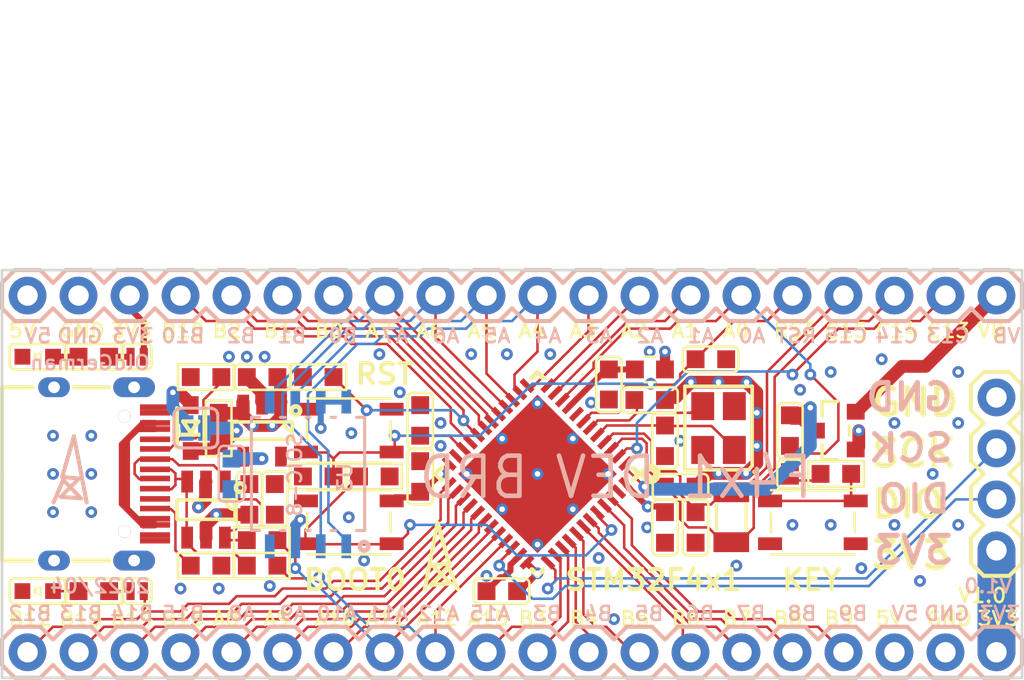
<source format=kicad_pcb>
(kicad_pcb (version 20171130) (host pcbnew "(5.1.6)-1")
  (layers (0 F.Cu signal hide) (1 In1.Cu signal hide) (2 In2.Cu signal hide) (31 B.Cu signal) (34 B.Paste user hide) (35 F.Paste user hide) (36 B.SilkS user) (37 F.SilkS user hide) (38 B.Mask user hide) (39 F.Mask user hide) (44 Edge.Cuts user))
  (net 0 "")
  (net 1 NetR7_2)
  (net 2 NetR7_1)
  (net 3 PB4)
  (net 4 NetC12_2)
  (net 5 VREF+)
  (net 6 VB)
  (net 7 VBAT)
  (net 8 PH1)
  (net 9 PH0)
  (net 10 PC13)
  (net 11 PB15)
  (net 12 PB14)
  (net 13 PB13)
  (net 14 PB12)
  (net 15 PB10)
  (net 16 PB9)
  (net 17 PB2)
  (net 18 PA14)
  (net 19 PA13)
  (net 20 PA10)
  (net 21 PA9)
  (net 22 PA3)
  (net 23 PA2)
  (net 24 MOSI)
  (net 25 MISO)
  (net 26 F_CS)
  (net 27 BOOT0)
  (net 28 PC15)
  (net 29 PC14)
  (net 30 PB8)
  (net 31 PB7)
  (net 32 PB6)
  (net 33 PB5)
  (net 34 PB3)
  (net 35 PB1)
  (net 36 PB0)
  (net 37 PA15)
  (net 38 PA12)
  (net 39 PA11)
  (net 40 PA8)
  (net 41 PA5)
  (net 42 PA1)
  (net 43 PA0)
  (net 44 NetR4_1)
  (net 45 NetLED2_1)
  (net 46 VCC)
  (net 47 NRST)
  (net 48 NetR3_1)
  (net 49 NetR1_2)
  (net 50 NetR2_1)
  (net 51 NetLED1_1)
  (net 52 NetD1_2)
  (net 53 GND)
  (net 54 D-)
  (net 55 D+)
  (net 56 +5)
  (net 57 +3V3)
  (module 2.54MM_MALE_X20_1 (layer B.Cu) (at 1.28 32.522 180)
    (fp_text reference P1 hide)
    (fp_text value CONN_X20 hide)
    (pad 20 thru_hole circle (at -48.26 0 270) (size 1.8796 1.8796) (drill 1.016) (layers *.Cu *.Mask) (net 57 +3V3))
    (pad 19 thru_hole circle (at -45.72 0 270) (size 1.8796 1.8796) (drill 1.016) (layers *.Cu *.Mask) (net 53 GND))
    (pad 18 thru_hole circle (at -43.18 0 270) (size 1.8796 1.8796) (drill 1.016) (layers *.Cu *.Mask) (net 46 VCC))
    (pad 17 thru_hole circle (at -40.64 0 270) (size 1.8796 1.8796) (drill 1.016) (layers *.Cu *.Mask) (net 16 PB9))
    (pad 16 thru_hole circle (at -38.1 0 270) (size 1.8796 1.8796) (drill 1.016) (layers *.Cu *.Mask) (net 30 PB8))
    (pad 15 thru_hole circle (at -35.56 0 270) (size 1.8796 1.8796) (drill 1.016) (layers *.Cu *.Mask) (net 31 PB7))
    (pad 14 thru_hole circle (at -33.02 0 270) (size 1.8796 1.8796) (drill 1.016) (layers *.Cu *.Mask) (net 32 PB6))
    (pad 13 thru_hole circle (at -30.48 0 270) (size 1.8796 1.8796) (drill 1.016) (layers *.Cu *.Mask) (net 33 PB5))
    (pad 12 thru_hole circle (at -27.94 0 270) (size 1.8796 1.8796) (drill 1.016) (layers *.Cu *.Mask) (net 3 PB4))
    (pad 11 thru_hole circle (at -25.4 0 270) (size 1.8796 1.8796) (drill 1.016) (layers *.Cu *.Mask) (net 34 PB3))
    (pad 10 thru_hole circle (at -22.86 0 270) (size 1.8796 1.8796) (drill 1.016) (layers *.Cu *.Mask) (net 37 PA15))
    (pad 9 thru_hole circle (at -20.32 0 270) (size 1.8796 1.8796) (drill 1.016) (layers *.Cu *.Mask) (net 38 PA12))
    (pad 8 thru_hole circle (at -17.78 0 270) (size 1.8796 1.8796) (drill 1.016) (layers *.Cu *.Mask) (net 39 PA11))
    (pad 7 thru_hole circle (at -15.24 0 270) (size 1.8796 1.8796) (drill 1.016) (layers *.Cu *.Mask) (net 20 PA10))
    (pad 6 thru_hole circle (at -12.7 0 270) (size 1.8796 1.8796) (drill 1.016) (layers *.Cu *.Mask) (net 21 PA9))
    (pad 5 thru_hole circle (at -10.16 0 270) (size 1.8796 1.8796) (drill 1.016) (layers *.Cu *.Mask) (net 40 PA8))
    (pad 4 thru_hole circle (at -7.62 0 270) (size 1.8796 1.8796) (drill 1.016) (layers *.Cu *.Mask) (net 11 PB15))
    (pad 3 thru_hole circle (at -5.08 0 270) (size 1.8796 1.8796) (drill 1.016) (layers *.Cu *.Mask) (net 12 PB14))
    (pad 2 thru_hole circle (at -2.54 0 270) (size 1.8796 1.8796) (drill 1.016) (layers *.Cu *.Mask) (net 13 PB13))
    (pad 1 thru_hole circle (at 0 0 270) (size 1.8796 1.8796) (drill 1.016) (layers *.Cu *.Mask) (net 14 PB12))
  )
  (module 2.54MM_MALE_X20_1 (layer B.Cu) (at 1.28 14.742 180)
    (fp_text reference P2 hide)
    (fp_text value CONN_X20 hide)
    (pad 20 thru_hole circle (at -48.26 0 270) (size 1.8796 1.8796) (drill 1.016) (layers *.Cu *.Mask) (net 6 VB))
    (pad 19 thru_hole circle (at -45.72 0 270) (size 1.8796 1.8796) (drill 1.016) (layers *.Cu *.Mask) (net 10 PC13))
    (pad 18 thru_hole circle (at -43.18 0 270) (size 1.8796 1.8796) (drill 1.016) (layers *.Cu *.Mask) (net 29 PC14))
    (pad 17 thru_hole circle (at -40.64 0 270) (size 1.8796 1.8796) (drill 1.016) (layers *.Cu *.Mask) (net 28 PC15))
    (pad 16 thru_hole circle (at -38.1 0 270) (size 1.8796 1.8796) (drill 1.016) (layers *.Cu *.Mask) (net 47 NRST))
    (pad 15 thru_hole circle (at -35.56 0 270) (size 1.8796 1.8796) (drill 1.016) (layers *.Cu *.Mask) (net 43 PA0))
    (pad 14 thru_hole circle (at -33.02 0 270) (size 1.8796 1.8796) (drill 1.016) (layers *.Cu *.Mask) (net 42 PA1))
    (pad 13 thru_hole circle (at -30.48 0 270) (size 1.8796 1.8796) (drill 1.016) (layers *.Cu *.Mask) (net 23 PA2))
    (pad 12 thru_hole circle (at -27.94 0 270) (size 1.8796 1.8796) (drill 1.016) (layers *.Cu *.Mask) (net 22 PA3))
    (pad 11 thru_hole circle (at -25.4 0 270) (size 1.8796 1.8796) (drill 1.016) (layers *.Cu *.Mask) (net 26 F_CS))
    (pad 10 thru_hole circle (at -22.86 0 270) (size 1.8796 1.8796) (drill 1.016) (layers *.Cu *.Mask) (net 41 PA5))
    (pad 9 thru_hole circle (at -20.32 0 270) (size 1.8796 1.8796) (drill 1.016) (layers *.Cu *.Mask) (net 25 MISO))
    (pad 8 thru_hole circle (at -17.78 0 270) (size 1.8796 1.8796) (drill 1.016) (layers *.Cu *.Mask) (net 24 MOSI))
    (pad 7 thru_hole circle (at -15.24 0 270) (size 1.8796 1.8796) (drill 1.016) (layers *.Cu *.Mask) (net 36 PB0))
    (pad 6 thru_hole circle (at -12.7 0 270) (size 1.8796 1.8796) (drill 1.016) (layers *.Cu *.Mask) (net 35 PB1))
    (pad 5 thru_hole circle (at -10.16 0 270) (size 1.8796 1.8796) (drill 1.016) (layers *.Cu *.Mask) (net 17 PB2))
    (pad 4 thru_hole circle (at -7.62 0 270) (size 1.8796 1.8796) (drill 1.016) (layers *.Cu *.Mask) (net 15 PB10))
    (pad 3 thru_hole circle (at -5.08 0 270) (size 1.8796 1.8796) (drill 1.016) (layers *.Cu *.Mask) (net 57 +3V3))
    (pad 2 thru_hole circle (at -2.54 0 270) (size 1.8796 1.8796) (drill 1.016) (layers *.Cu *.Mask) (net 53 GND))
    (pad 1 thru_hole circle (at 0 0 270) (size 1.8796 1.8796) (drill 1.016) (layers *.Cu *.Mask) (net 46 VCC))
  )
  (module SJ_2P_MINI_1 (layer F.Cu) (at 6.741 29.474 180)
    (fp_text reference SJ3 hide)
    (fp_text value SJ_2P hide)
    (pad 2 smd rect (at 0.3302 0) (size 0.4064 0.889) (layers F.Cu F.Paste F.Mask) (net 44 NetR4_1))
    (pad 1 smd rect (at -0.3302 0) (size 0.4064 0.889) (layers F.Cu F.Paste F.Mask) (net 14 PB12))
  )
  (module UFQFPN-48_7X7X0P55MM_VIA_1 (layer F.Cu) (at 26.68 23.632 225)
    (fp_text reference U1 hide)
    (fp_text value STM32F4x1CxU6 hide)
    (pad 49_9 thru_hole circle (at 2.4892 0 135) (size 0.5842 0.5842) (drill 0.2794) (layers *.Cu *.Mask) (net 53 GND))
    (pad 49_8 thru_hole circle (at 2.4892 2.4892 135) (size 0.5842 0.5842) (drill 0.2794) (layers *.Cu *.Mask) (net 53 GND))
    (pad 49_7 thru_hole circle (at 2.4892 -2.4892 135) (size 0.5842 0.5842) (drill 0.2794) (layers *.Cu *.Mask) (net 53 GND))
    (pad 49_6 thru_hole circle (at -2.4892 -2.4892 135) (size 0.5842 0.5842) (drill 0.2794) (layers *.Cu *.Mask) (net 53 GND))
    (pad 49_5 thru_hole circle (at -2.4892 0 135) (size 0.5842 0.5842) (drill 0.2794) (layers *.Cu *.Mask) (net 53 GND))
    (pad 49_4 thru_hole circle (at -2.4892 2.4892 135) (size 0.5842 0.5842) (drill 0.2794) (layers *.Cu *.Mask) (net 53 GND))
    (pad 49_3 thru_hole circle (at 0 2.4892 135) (size 0.5842 0.5842) (drill 0.2794) (layers *.Cu *.Mask) (net 53 GND))
    (pad 49_2 thru_hole circle (at 0 -2.4892 135) (size 0.5842 0.5842) (drill 0.2794) (layers *.Cu *.Mask) (net 53 GND))
    (pad 49_1 thru_hole circle (at 0 0 135) (size 0.5842 0.5842) (drill 0.2794) (layers *.Cu *.Mask) (net 53 GND))
    (pad 49 smd rect (at 0 0 225) (size 5.588 5.588) (layers F.Cu F.Paste F.Mask) (net 53 GND))
    (pad 48 smd rect (at -2.7432 -3.4798 135) (size 0.7874 0.2794) (layers F.Cu F.Paste F.Mask) (net 57 +3V3))
    (pad 47 smd rect (at -2.2352 -3.4798 135) (size 0.7874 0.2794) (layers F.Cu F.Paste F.Mask) (net 53 GND))
    (pad 46 smd rect (at -1.7272 -3.4798 135) (size 0.7874 0.2794) (layers F.Cu F.Paste F.Mask) (net 16 PB9))
    (pad 45 smd rect (at -1.2446 -3.4798 135) (size 0.7874 0.2794) (layers F.Cu F.Paste F.Mask) (net 30 PB8))
    (pad 44 smd rect (at -0.7366 -3.4798 135) (size 0.7874 0.2794) (layers F.Cu F.Paste F.Mask) (net 27 BOOT0))
    (pad 43 smd rect (at -0.2286 -3.4798 135) (size 0.7874 0.2794) (layers F.Cu F.Paste F.Mask) (net 31 PB7))
    (pad 42 smd rect (at 0.2286 -3.4798 135) (size 0.7874 0.2794) (layers F.Cu F.Paste F.Mask) (net 32 PB6))
    (pad 41 smd rect (at 0.7366 -3.4798 135) (size 0.7874 0.2794) (layers F.Cu F.Paste F.Mask) (net 33 PB5))
    (pad 40 smd rect (at 1.2446 -3.4798 135) (size 0.7874 0.2794) (layers F.Cu F.Paste F.Mask) (net 3 PB4))
    (pad 39 smd rect (at 1.7272 -3.4798 135) (size 0.7874 0.2794) (layers F.Cu F.Paste F.Mask) (net 34 PB3))
    (pad 38 smd rect (at 2.2352 -3.4798 135) (size 0.7874 0.2794) (layers F.Cu F.Paste F.Mask) (net 37 PA15))
    (pad 37 smd rect (at 2.7432 -3.4798 135) (size 0.7874 0.2794) (layers F.Cu F.Paste F.Mask) (net 18 PA14))
    (pad 36 smd rect (at 3.4798 -2.7432 45) (size 0.7874 0.2794) (layers F.Cu F.Paste F.Mask) (net 57 +3V3))
    (pad 35 smd rect (at 3.4798 -2.2352 45) (size 0.7874 0.2794) (layers F.Cu F.Paste F.Mask) (net 53 GND))
    (pad 34 smd rect (at 3.4798 -1.7272 45) (size 0.7874 0.2794) (layers F.Cu F.Paste F.Mask) (net 19 PA13))
    (pad 33 smd rect (at 3.4798 -1.2446 45) (size 0.7874 0.2794) (layers F.Cu F.Paste F.Mask) (net 38 PA12))
    (pad 32 smd rect (at 3.4798 -0.7366 45) (size 0.7874 0.2794) (layers F.Cu F.Paste F.Mask) (net 39 PA11))
    (pad 31 smd rect (at 3.4798 -0.2286 45) (size 0.7874 0.2794) (layers F.Cu F.Paste F.Mask) (net 20 PA10))
    (pad 30 smd rect (at 3.4798 0.2286 45) (size 0.7874 0.2794) (layers F.Cu F.Paste F.Mask) (net 21 PA9))
    (pad 29 smd rect (at 3.4798 0.7366 45) (size 0.7874 0.2794) (layers F.Cu F.Paste F.Mask) (net 40 PA8))
    (pad 28 smd rect (at 3.4798 1.2446 45) (size 0.7874 0.2794) (layers F.Cu F.Paste F.Mask) (net 11 PB15))
    (pad 27 smd rect (at 3.4798 1.7272 45) (size 0.7874 0.2794) (layers F.Cu F.Paste F.Mask) (net 12 PB14))
    (pad 26 smd rect (at 3.4798 2.2352 45) (size 0.7874 0.2794) (layers F.Cu F.Paste F.Mask) (net 13 PB13))
    (pad 25 smd rect (at 3.4798 2.7432 45) (size 0.7874 0.2794) (layers F.Cu F.Paste F.Mask) (net 14 PB12))
    (pad 24 smd rect (at 2.7432 3.4798 315) (size 0.7874 0.2794) (layers F.Cu F.Paste F.Mask) (net 57 +3V3))
    (pad 23 smd rect (at 2.2352 3.4798 315) (size 0.7874 0.2794) (layers F.Cu F.Paste F.Mask) (net 53 GND))
    (pad 22 smd rect (at 1.7272 3.4798 315) (size 0.7874 0.2794) (layers F.Cu F.Paste F.Mask) (net 4 NetC12_2))
    (pad 21 smd rect (at 1.2446 3.4798 315) (size 0.7874 0.2794) (layers F.Cu F.Paste F.Mask) (net 15 PB10))
    (pad 20 smd rect (at 0.7366 3.4798 315) (size 0.7874 0.2794) (layers F.Cu F.Paste F.Mask) (net 17 PB2))
    (pad 19 smd rect (at 0.2286 3.4798 315) (size 0.7874 0.2794) (layers F.Cu F.Paste F.Mask) (net 35 PB1))
    (pad 18 smd rect (at -0.2286 3.4798 315) (size 0.7874 0.2794) (layers F.Cu F.Paste F.Mask) (net 36 PB0))
    (pad 17 smd rect (at -0.7366 3.4798 315) (size 0.7874 0.2794) (layers F.Cu F.Paste F.Mask) (net 24 MOSI))
    (pad 16 smd rect (at -1.2446 3.4798 315) (size 0.7874 0.2794) (layers F.Cu F.Paste F.Mask) (net 25 MISO))
    (pad 15 smd rect (at -1.7272 3.4798 315) (size 0.7874 0.2794) (layers F.Cu F.Paste F.Mask) (net 41 PA5))
    (pad 14 smd rect (at -2.2352 3.4798 315) (size 0.7874 0.2794) (layers F.Cu F.Paste F.Mask) (net 26 F_CS))
    (pad 13 smd rect (at -2.7432 3.4798 315) (size 0.7874 0.2794) (layers F.Cu F.Paste F.Mask) (net 22 PA3))
    (pad 12 smd rect (at -3.4798 2.7432 225) (size 0.7874 0.2794) (layers F.Cu F.Paste F.Mask) (net 23 PA2))
    (pad 11 smd rect (at -3.4798 2.2352 225) (size 0.7874 0.2794) (layers F.Cu F.Paste F.Mask) (net 42 PA1))
    (pad 10 smd rect (at -3.4798 1.7272 225) (size 0.7874 0.2794) (layers F.Cu F.Paste F.Mask) (net 43 PA0))
    (pad 9 smd rect (at -3.4798 1.2446 225) (size 0.7874 0.2794) (layers F.Cu F.Paste F.Mask) (net 5 VREF+))
    (pad 8 smd rect (at -3.4798 0.7366 225) (size 0.7874 0.2794) (layers F.Cu F.Paste F.Mask) (net 53 GND))
    (pad 7 smd rect (at -3.4798 0.2286 225) (size 0.7874 0.2794) (layers F.Cu F.Paste F.Mask) (net 47 NRST))
    (pad 6 smd rect (at -3.4798 -0.2286 225) (size 0.7874 0.2794) (layers F.Cu F.Paste F.Mask) (net 8 PH1))
    (pad 5 smd rect (at -3.4798 -0.7366 225) (size 0.7874 0.2794) (layers F.Cu F.Paste F.Mask) (net 9 PH0))
    (pad 4 smd rect (at -3.4798 -1.2446 225) (size 0.7874 0.2794) (layers F.Cu F.Paste F.Mask) (net 28 PC15))
    (pad 3 smd rect (at -3.4798 -1.7272 225) (size 0.7874 0.2794) (layers F.Cu F.Paste F.Mask) (net 29 PC14))
    (pad 2 smd rect (at -3.4798 -2.2352 225) (size 0.7874 0.2794) (layers F.Cu F.Paste F.Mask) (net 10 PC13))
    (pad 1 smd rect (at -3.4798 -2.7432 225) (size 0.7874 0.2794) (layers F.Cu F.Paste F.Mask) (net 7 VBAT))
  )
  (module R0603_1 (layer F.Cu) (at 41.539 23.632 180)
    (fp_text reference R7 hide)
    (fp_text value 330R hide)
    (pad 2 smd rect (at 0.762 0 180) (size 0.889 0.889) (layers F.Cu F.Paste F.Mask) (net 1 NetR7_2))
    (pad 1 smd rect (at -0.762 0 180) (size 0.889 0.889) (layers F.Cu F.Paste F.Mask) (net 2 NetR7_1))
  )
  (module SJ_2P_1 (layer B.Cu) (at 9.662 21.346 180)
    (fp_text reference SJ1 hide)
    (fp_text value SJ_2P hide)
    (pad 2 smd rect (at -0.4318 0 180) (size 0.635 1.27) (layers B.Cu B.Paste B.Mask) (net 52 NetD1_2))
    (pad 1 smd rect (at 0.4318 0 180) (size 0.635 1.27) (layers B.Cu B.Paste B.Mask) (net 56 +5))
  )
  (module ANALOG_TSOT-23-5_UJ-5_1 (layer F.Cu) (at 12.964 21.473 270)
    (fp_text reference U2 hide)
    (fp_text value ME6211C33M5G hide)
    (pad 5 smd rect (at 1.2954 -0.9398) (size 0.5842 0.9906) (layers F.Cu F.Paste F.Mask) (net 57 +3V3))
    (pad 4 smd rect (at 1.2954 0.9398) (size 0.5842 0.9906) (layers F.Cu F.Paste F.Mask))
    (pad 3 smd rect (at -1.2954 0.9398) (size 0.5842 0.9906) (layers F.Cu F.Paste F.Mask) (net 46 VCC))
    (pad 2 smd rect (at -1.2954 0) (size 0.5842 0.9906) (layers F.Cu F.Paste F.Mask) (net 53 GND))
    (pad 1 smd rect (at -1.2954 -0.9398) (size 0.5842 0.9906) (layers F.Cu F.Paste F.Mask) (net 46 VCC))
  )
  (module EPSON_TSX-3225_1 (layer F.Cu) (at 35.697 21.346 90)
    (fp_text reference X2 hide)
    (fp_text value 8MHz hide)
    (pad 4 smd rect (at -1.0922 -0.7874 180) (size 1.143 1.397) (layers F.Cu F.Paste F.Mask) (net 53 GND))
    (pad 3 smd rect (at 1.0922 -0.7874 180) (size 1.143 1.397) (layers F.Cu F.Paste F.Mask) (net 8 PH1))
    (pad 2 smd rect (at 1.0922 0.7874 180) (size 1.143 1.397) (layers F.Cu F.Paste F.Mask) (net 53 GND))
    (pad 1 smd rect (at -1.0922 0.7874 180) (size 1.143 1.397) (layers F.Cu F.Paste F.Mask) (net 9 PH0))
  )
  (module XTAL_2P_3215_1 (layer F.Cu) (at 36.332 25.791 90)
    (fp_text reference X1 hide)
    (fp_text value 32.768KHz hide)
    (pad 2 smd rect (at 1.2446 0 90) (size 0.9906 1.778) (layers F.Cu F.Paste F.Mask) (net 28 PC15))
    (pad 1 smd rect (at -1.2446 0 90) (size 0.9906 1.778) (layers F.Cu F.Paste F.Mask) (net 29 PC14))
  )
  (module ON_SEMI_SOT-23-3_1 (layer F.Cu) (at 41.539 21.473 180)
    (fp_text reference VD1 hide)
    (fp_text value BAT54C hide)
    (pad 3 smd rect (at 0.9906 0 270) (size 0.7874 0.889) (layers F.Cu F.Paste F.Mask) (net 7 VBAT))
    (pad 2 smd rect (at -0.9906 0.9398 270) (size 0.7874 0.889) (layers F.Cu F.Paste F.Mask) (net 6 VB))
    (pad 1 smd rect (at -0.9906 -0.9398 270) (size 0.7874 0.889) (layers F.Cu F.Paste F.Mask) (net 57 +3V3))
  )
  (module SWITCH_3X4X2.5_4PIN_SMD_1 (layer F.Cu) (at 17.282 26.045 180)
    (fp_text reference SW3 hide)
    (fp_text value Button-4P hide)
    (pad 4 smd rect (at 2.1336 1.0668 270) (size 0.635 1.1938) (layers F.Cu F.Paste F.Mask) (net 57 +3V3))
    (pad 3 smd rect (at -2.1336 1.0668 270) (size 0.635 1.1938) (layers F.Cu F.Paste F.Mask) (net 57 +3V3))
    (pad 2 smd rect (at 2.1336 -1.0668 270) (size 0.635 1.1938) (layers F.Cu F.Paste F.Mask) (net 27 BOOT0))
    (pad 1 smd rect (at -2.1336 -1.0668 270) (size 0.635 1.1938) (layers F.Cu F.Paste F.Mask) (net 27 BOOT0))
  )
  (module SJ_2P_MINI_1 (layer F.Cu) (at 39.253 23.632 270)
    (fp_text reference SJ4 hide)
    (fp_text value SJ_2P hide)
    (pad 2 smd rect (at 0.3302 0 90) (size 0.4064 0.889) (layers F.Cu F.Paste F.Mask) (net 1 NetR7_2))
    (pad 1 smd rect (at -0.3302 0 90) (size 0.4064 0.889) (layers F.Cu F.Paste F.Mask) (net 43 PA0))
  )
  (module R0603_1 (layer F.Cu) (at 18.552 23.759)
    (fp_text reference R10 hide)
    (fp_text value 10K hide)
    (pad 2 smd rect (at 0.762 0) (size 0.889 0.889) (layers F.Cu F.Paste F.Mask) (net 53 GND))
    (pad 1 smd rect (at -0.762 0) (size 0.889 0.889) (layers F.Cu F.Paste F.Mask) (net 27 BOOT0))
  )
  (module FER0603_1 (layer F.Cu) (at 32.268 18.425 180)
    (fp_text reference L1 hide)
    (fp_text value 10uH hide)
    (pad 2 smd rect (at 0.7366 0 180) (size 0.889 0.889) (layers F.Cu F.Paste F.Mask) (net 5 VREF+))
    (pad 1 smd rect (at -0.762 0 180) (size 0.889 0.889) (layers F.Cu F.Paste F.Mask) (net 57 +3V3))
  )
  (module C0603_1 (layer B.Cu) (at 11.44 23.632 270)
    (fp_text reference C15 hide)
    (fp_text value 100nF hide)
    (pad 2 smd rect (at -0.762 0 270) (size 0.889 0.889) (layers B.Cu B.Paste B.Mask) (net 57 +3V3))
    (pad 1 smd rect (at 0.762 0 270) (size 0.889 0.889) (layers B.Cu B.Paste B.Mask) (net 53 GND))
  )
  (module C0603_1 (layer F.Cu) (at 32.268 19.949)
    (fp_text reference C13 hide)
    (fp_text value 10pF hide)
    (pad 2 smd rect (at 0.762 0) (size 0.889 0.889) (layers F.Cu F.Paste F.Mask) (net 53 GND))
    (pad 1 smd rect (at -0.762 0) (size 0.889 0.889) (layers F.Cu F.Paste F.Mask) (net 8 PH1))
  )
  (module C0603_1 (layer F.Cu) (at 20.838 20.965 270)
    (fp_text reference C12 hide)
    (fp_text value 2.2uF hide)
    (pad 2 smd rect (at 0.762 0 270) (size 0.889 0.889) (layers F.Cu F.Paste F.Mask) (net 4 NetC12_2))
    (pad 1 smd rect (at -0.762 0 270) (size 0.889 0.889) (layers F.Cu F.Paste F.Mask) (net 53 GND))
  )
  (module C0603_1 (layer F.Cu) (at 33.03 21.981 270)
    (fp_text reference C11 hide)
    (fp_text value 10pF hide)
    (pad 2 smd rect (at 0.762 0 270) (size 0.889 0.889) (layers F.Cu F.Paste F.Mask) (net 53 GND))
    (pad 1 smd rect (at -0.762 0 270) (size 0.889 0.889) (layers F.Cu F.Paste F.Mask) (net 9 PH0))
  )
  (module C0603_1 (layer F.Cu) (at 34.554 26.299 270)
    (fp_text reference C10 hide)
    (fp_text value 6pF hide)
    (pad 2 smd rect (at 0.762 0 270) (size 0.889 0.889) (layers F.Cu F.Paste F.Mask) (net 53 GND))
    (pad 1 smd rect (at -0.762 0 270) (size 0.889 0.889) (layers F.Cu F.Paste F.Mask) (net 28 PC15))
  )
  (module C0603_1 (layer F.Cu) (at 33.792 24.267)
    (fp_text reference C8 hide)
    (fp_text value 6pF hide)
    (pad 2 smd rect (at 0.762 0) (size 0.889 0.889) (layers F.Cu F.Paste F.Mask) (net 53 GND))
    (pad 1 smd rect (at -0.762 0) (size 0.889 0.889) (layers F.Cu F.Paste F.Mask) (net 29 PC14))
  )
  (module C0603_2 (layer F.Cu) (at 30.236 19.187 90)
    (fp_text reference C7 hide)
    (fp_text value 100nF hide)
    (pad 2 smd rect (at 0.762 0 90) (size 0.889 0.889) (layers F.Cu F.Paste F.Mask) (net 5 VREF+))
    (pad 1 smd rect (at -0.7366 0 90) (size 0.889 0.889) (layers F.Cu F.Paste F.Mask) (net 53 GND))
  )
  (module C0603_1 (layer F.Cu) (at 33.03 26.299 270)
    (fp_text reference C6 hide)
    (fp_text value 100nF hide)
    (pad 2 smd rect (at 0.762 0 270) (size 0.889 0.889) (layers F.Cu F.Paste F.Mask) (net 53 GND))
    (pad 1 smd rect (at -0.762 0 270) (size 0.889 0.889) (layers F.Cu F.Paste F.Mask) (net 57 +3V3))
  )
  (module C0603_1 (layer F.Cu) (at 24.902 29.474 180)
    (fp_text reference C5 hide)
    (fp_text value 100nF hide)
    (pad 2 smd rect (at 0.762 0 180) (size 0.889 0.889) (layers F.Cu F.Paste F.Mask) (net 53 GND))
    (pad 1 smd rect (at -0.762 0 180) (size 0.889 0.889) (layers F.Cu F.Paste F.Mask) (net 57 +3V3))
  )
  (module C0603_1 (layer F.Cu) (at 20.838 23.759 270)
    (fp_text reference C4 hide)
    (fp_text value 100nF hide)
    (pad 2 smd rect (at 0.762 0 270) (size 0.889 0.889) (layers F.Cu F.Paste F.Mask) (net 57 +3V3))
    (pad 1 smd rect (at -0.762 0 270) (size 0.889 0.889) (layers F.Cu F.Paste F.Mask) (net 53 GND))
  )
  (module ODG_LOGO_1 (layer F.Cu) (at 21.727 28.204)
    (fp_text reference *2 hide)
    (fp_text value ODG_LOGO hide)
  )
  (module ODG_LOGO_1 (layer B.Cu) (at 3.566 23.886)
    (fp_text reference *1 hide)
    (fp_text value ODG_LOGO hide)
  )
  (module R0603_1 (layer F.Cu) (at 4.582 29.474 180)
    (fp_text reference R4 hide)
    (fp_text value 5.1K hide)
    (pad 2 smd rect (at 0.762 0 180) (size 0.889 0.889) (layers F.Cu F.Paste F.Mask) (net 45 NetLED2_1))
    (pad 1 smd rect (at -0.762 0 180) (size 0.889 0.889) (layers F.Cu F.Paste F.Mask) (net 44 NetR4_1))
  )
  (module LED0603_YELLOW_1 (layer F.Cu) (at 1.788 29.474 180)
    (fp_text reference LED2 hide)
    (fp_text value LED hide)
    (pad 2 smd rect (at 0.762 0 180) (size 0.7874 0.7874) (layers F.Cu F.Paste F.Mask) (net 53 GND))
    (pad 1 smd rect (at -0.762 0 180) (size 0.7874 0.7874) (layers F.Cu F.Paste F.Mask) (net 45 NetLED2_1))
  )
  (module MICROCHIP_SOT-23-6_M6_1 (layer F.Cu) (at 10.17 25.41 270)
    (fp_text reference VD2 hide)
    (fp_text value USBLC6-2 hide)
    (pad 6 smd rect (at 1.397 -0.9398) (size 0.5842 1.0922) (layers F.Cu F.Paste F.Mask) (net 54 D-))
    (pad 5 smd rect (at 1.397 0) (size 0.5842 1.0922) (layers F.Cu F.Paste F.Mask) (net 46 VCC))
    (pad 4 smd rect (at 1.397 0.9398) (size 0.5842 1.0922) (layers F.Cu F.Paste F.Mask) (net 55 D+))
    (pad 3 smd rect (at -1.397 0.9398) (size 0.5842 1.0922) (layers F.Cu F.Paste F.Mask) (net 55 D+))
    (pad 2 smd rect (at -1.397 0) (size 0.5842 1.0922) (layers F.Cu F.Paste F.Mask) (net 53 GND))
    (pad 1 smd rect (at -1.397 -0.9398) (size 0.5842 1.0922) (layers F.Cu F.Paste F.Mask) (net 54 D-))
  )
  (module Type-C-TOP_1 (layer F.Cu) (at 0.01 23.632 180)
    (fp_text reference USB1 hide)
    (fp_text value Type-C hide)
    (pad B12 smd rect (at -7.62 3.048) (size 1.4986 0.2794) (layers F.Cu F.Paste F.Mask) (net 53 GND))
    (pad B9 smd rect (at -7.62 2.2352) (size 1.4986 0.2794) (layers F.Cu F.Paste F.Mask) (net 56 +5))
    (pad B8 smd rect (at -7.62 1.7272) (size 1.4986 0.2794) (layers F.Cu F.Paste F.Mask))
    (pad B7 smd rect (at -7.62 0.7366) (size 1.4986 0.2794) (layers F.Cu F.Paste F.Mask) (net 54 D-))
    (pad B6 smd rect (at -7.62 -0.7366) (size 1.4986 0.2794) (layers F.Cu F.Paste F.Mask) (net 55 D+))
    (pad B5 smd rect (at -7.62 -1.7272) (size 1.4986 0.2794) (layers F.Cu F.Paste F.Mask) (net 48 NetR3_1))
    (pad B4 smd rect (at -7.62 -2.2352) (size 1.4986 0.2794) (layers F.Cu F.Paste F.Mask) (net 56 +5))
    (pad B1 smd rect (at -7.62 -3.048) (size 1.4986 0.2794) (layers F.Cu F.Paste F.Mask) (net 53 GND))
    (pad A12 smd rect (at -7.62 -3.3274) (size 1.4986 0.2794) (layers F.Cu F.Paste F.Mask) (net 53 GND))
    (pad A9 smd rect (at -7.62 -2.54) (size 1.4986 0.2794) (layers F.Cu F.Paste F.Mask) (net 56 +5))
    (pad A8 smd rect (at -7.62 -1.2446) (size 1.4986 0.2794) (layers F.Cu F.Paste F.Mask))
    (pad A7 smd rect (at -7.62 -0.2286) (size 1.4986 0.2794) (layers F.Cu F.Paste F.Mask) (net 54 D-))
    (pad A6 smd rect (at -7.62 0.2286) (size 1.4986 0.2794) (layers F.Cu F.Paste F.Mask) (net 55 D+))
    (pad A5 smd rect (at -7.62 1.2446) (size 1.4986 0.2794) (layers F.Cu F.Paste F.Mask) (net 49 NetR1_2))
    (pad A4 smd rect (at -7.62 2.54) (size 1.4986 0.2794) (layers F.Cu F.Paste F.Mask) (net 56 +5))
    (pad A1 smd rect (at -7.62 3.3274) (size 1.4986 0.2794) (layers F.Cu F.Paste F.Mask) (net 53 GND))
    (pad 4 thru_hole oval (at -6.5786 -4.318) (size 2.0828 0.9906) (drill 0.5842) (layers *.Cu *.Mask) (net 53 GND))
    (pad 3 thru_hole oval (at -6.5786 4.318) (size 2.0828 0.9906) (drill 0.5842) (layers *.Cu *.Mask) (net 53 GND))
    (pad 2 thru_hole oval (at -2.5908 4.318) (size 1.5748 0.9906) (drill 0.5842) (layers *.Cu *.Mask) (net 53 GND))
    (pad 1 thru_hole oval (at -2.5908 -4.318) (size 1.5748 0.9906) (drill 0.5842) (layers *.Cu *.Mask) (net 53 GND))
    (pad 0_1 thru_hole circle (at -6.096 -2.8702) (size 0.635 0.635) (drill 0.635) (layers *.Cu *.Mask))
    (pad 0 thru_hole circle (at -6.096 2.8702) (size 0.635 0.635) (drill 0.635) (layers *.Cu *.Mask))
  )
  (module WIN_SS-8_WIN-L_1 (layer B.Cu) (at 15.25 23.632 270)
    (fp_text reference U3 hide)
    (fp_text value W25Q32JVSSIQ hide)
    (pad 8 smd rect (at -3.6068 -1.905 270) (size 1.1938 0.4826) (layers B.Cu B.Paste B.Mask) (net 57 +3V3))
    (pad 7 smd rect (at -3.6068 -0.635 270) (size 1.1938 0.4826) (layers B.Cu B.Paste B.Mask) (net 57 +3V3))
    (pad 6 smd rect (at -3.6068 0.635 270) (size 1.1938 0.4826) (layers B.Cu B.Paste B.Mask) (net 41 PA5))
    (pad 5 smd rect (at -3.6068 1.905 270) (size 1.1938 0.4826) (layers B.Cu B.Paste B.Mask) (net 24 MOSI))
    (pad 4 smd rect (at 3.6068 1.905 270) (size 1.1938 0.4826) (layers B.Cu B.Paste B.Mask) (net 53 GND))
    (pad 3 smd rect (at 3.6068 0.635 270) (size 1.1938 0.4826) (layers B.Cu B.Paste B.Mask) (net 57 +3V3))
    (pad 2 smd rect (at 3.6068 -0.635 270) (size 1.1938 0.4826) (layers B.Cu B.Paste B.Mask) (net 25 MISO))
    (pad 1 smd rect (at 3.6068 -1.905 270) (size 1.1938 0.4826) (layers B.Cu B.Paste B.Mask) (net 26 F_CS))
  )
  (module SWITCH_3X4X2.5_4PIN_SMD_1 (layer F.Cu) (at 17.282 21.473)
    (fp_text reference SW2 hide)
    (fp_text value Button-4P hide)
    (pad 4 smd rect (at 2.1336 1.0668 90) (size 0.635 1.1938) (layers F.Cu F.Paste F.Mask) (net 47 NRST))
    (pad 3 smd rect (at -2.1336 1.0668 90) (size 0.635 1.1938) (layers F.Cu F.Paste F.Mask) (net 47 NRST))
    (pad 2 smd rect (at 2.1336 -1.0668 90) (size 0.635 1.1938) (layers F.Cu F.Paste F.Mask) (net 53 GND))
    (pad 1 smd rect (at -2.1336 -1.0668 90) (size 0.635 1.1938) (layers F.Cu F.Paste F.Mask) (net 53 GND))
  )
  (module SWITCH_3X4X2.5_4PIN_SMD_1 (layer F.Cu) (at 40.396 26.045)
    (fp_text reference SW1 hide)
    (fp_text value Button-4P hide)
    (pad 4 smd rect (at 2.1336 1.0668 90) (size 0.635 1.1938) (layers F.Cu F.Paste F.Mask) (net 53 GND))
    (pad 3 smd rect (at -2.1336 1.0668 90) (size 0.635 1.1938) (layers F.Cu F.Paste F.Mask) (net 53 GND))
    (pad 2 smd rect (at 2.1336 -1.0668 90) (size 0.635 1.1938) (layers F.Cu F.Paste F.Mask) (net 2 NetR7_1))
    (pad 1 smd rect (at -2.1336 -1.0668 90) (size 0.635 1.1938) (layers F.Cu F.Paste F.Mask) (net 2 NetR7_1))
  )
  (module SJ_2P_MINI_1 (layer F.Cu) (at 6.741 17.79 180)
    (fp_text reference SJ2 hide)
    (fp_text value SJ_2P hide)
    (pad 2 smd rect (at 0.3302 0) (size 0.4064 0.889) (layers F.Cu F.Paste F.Mask) (net 50 NetR2_1))
    (pad 1 smd rect (at -0.3302 0) (size 0.4064 0.889) (layers F.Cu F.Paste F.Mask) (net 57 +3V3))
  )
  (module R0603_1 (layer F.Cu) (at 15.758 18.806 180)
    (fp_text reference R8 hide)
    (fp_text value 10K hide)
    (pad 2 smd rect (at 0.762 0 180) (size 0.889 0.889) (layers F.Cu F.Paste F.Mask) (net 53 GND))
    (pad 1 smd rect (at -0.762 0 180) (size 0.889 0.889) (layers F.Cu F.Paste F.Mask) (net 17 PB2))
  )
  (module R0603_1 (layer F.Cu) (at 15.758 23.759)
    (fp_text reference R9 hide)
    (fp_text value 10K hide)
    (pad 2 smd rect (at 0.762 0) (size 0.889 0.889) (layers F.Cu F.Paste F.Mask) (net 47 NRST))
    (pad 1 smd rect (at -0.762 0) (size 0.889 0.889) (layers F.Cu F.Paste F.Mask) (net 57 +3V3))
  )
  (module R0603_1 (layer F.Cu) (at 12.964 28.204)
    (fp_text reference R6 hide)
    (fp_text value 22R hide)
    (pad 2 smd rect (at 0.762 0) (size 0.889 0.889) (layers F.Cu F.Paste F.Mask) (net 38 PA12))
    (pad 1 smd rect (at -0.762 0) (size 0.889 0.889) (layers F.Cu F.Paste F.Mask) (net 55 D+))
  )
  (module R0603_1 (layer F.Cu) (at 12.964 26.934)
    (fp_text reference R5 hide)
    (fp_text value 22R hide)
    (pad 2 smd rect (at 0.762 0) (size 0.889 0.889) (layers F.Cu F.Paste F.Mask) (net 39 PA11))
    (pad 1 smd rect (at -0.762 0) (size 0.889 0.889) (layers F.Cu F.Paste F.Mask) (net 54 D-))
  )
  (module R0603_1 (layer F.Cu) (at 10.17 28.204)
    (fp_text reference R3 hide)
    (fp_text value 5.1K hide)
    (pad 2 smd rect (at 0.762 0) (size 0.889 0.889) (layers F.Cu F.Paste F.Mask) (net 53 GND))
    (pad 1 smd rect (at -0.762 0) (size 0.889 0.889) (layers F.Cu F.Paste F.Mask) (net 48 NetR3_1))
  )
  (module R0603_1 (layer F.Cu) (at 10.17 18.806)
    (fp_text reference R1 hide)
    (fp_text value 5.1K hide)
    (pad 2 smd rect (at 0.762 0) (size 0.889 0.889) (layers F.Cu F.Paste F.Mask) (net 49 NetR1_2))
    (pad 1 smd rect (at -0.762 0) (size 0.889 0.889) (layers F.Cu F.Paste F.Mask) (net 53 GND))
  )
  (module R0603_1 (layer F.Cu) (at 4.582 17.79 180)
    (fp_text reference R2 hide)
    (fp_text value 5.1K hide)
    (pad 2 smd rect (at 0.762 0 180) (size 0.889 0.889) (layers F.Cu F.Paste F.Mask) (net 51 NetLED1_1))
    (pad 1 smd rect (at -0.762 0 180) (size 0.889 0.889) (layers F.Cu F.Paste F.Mask) (net 50 NetR2_1))
  )
  (module 2.54mm_Male_x4_1 (layer F.Cu) (at 49.54 27.442 90)
    (fp_text reference P3 hide)
    (fp_text value CONN_X4 hide)
    (pad 4 thru_hole circle (at 7.62 0 180) (size 1.8796 1.8796) (drill 1.016) (layers *.Cu *.Mask) (net 53 GND))
    (pad 3 thru_hole circle (at 5.08 0 180) (size 1.8796 1.8796) (drill 1.016) (layers *.Cu *.Mask) (net 18 PA14))
    (pad 2 thru_hole circle (at 2.54 0 180) (size 1.8796 1.8796) (drill 1.016) (layers *.Cu *.Mask) (net 19 PA13))
    (pad 1 thru_hole circle (at 0 0 180) (size 1.8796 1.8796) (drill 1.016) (layers *.Cu *.Mask) (net 57 +3V3))
  )
  (module LED0603_GREEN_1 (layer F.Cu) (at 1.788 17.79 180)
    (fp_text reference LED1 hide)
    (fp_text value LED hide)
    (pad 2 smd rect (at 0.762 0 180) (size 0.7874 0.7874) (layers F.Cu F.Paste F.Mask) (net 53 GND))
    (pad 1 smd rect (at -0.762 0 180) (size 0.7874 0.7874) (layers F.Cu F.Paste F.Mask) (net 51 NetLED1_1))
  )
  (module FUSE0603_0.5MM_1 (layer F.Cu) (at 10.805 21.346 90)
    (fp_text reference F1 hide)
    (fp_text value 6V/0.5A hide)
    (pad 2 smd rect (at 0.762 0 90) (size 0.889 0.889) (layers F.Cu F.Paste F.Mask) (net 46 VCC))
    (pad 1 smd rect (at -0.762 0 90) (size 0.889 0.889) (layers F.Cu F.Paste F.Mask) (net 52 NetD1_2))
  )
  (module SOD-323_1 (layer F.Cu) (at 9.408 21.346 270)
    (fp_text reference D1 hide)
    (fp_text value B5819W hide)
    (pad 2 smd rect (at 1.143 0 90) (size 0.889 0.7874) (layers F.Cu F.Paste F.Mask) (net 52 NetD1_2))
    (pad 1 smd rect (at -1.143 0 90) (size 0.889 0.7874) (layers F.Cu F.Paste F.Mask) (net 56 +5))
  )
  (module C0603_1 (layer F.Cu) (at 13.599 24.902 90)
    (fp_text reference C3 hide)
    (fp_text value 1uF/X7R hide)
    (pad 2 smd rect (at 0.762 0 90) (size 0.889 0.889) (layers F.Cu F.Paste F.Mask) (net 57 +3V3))
    (pad 1 smd rect (at -0.762 0 90) (size 0.889 0.889) (layers F.Cu F.Paste F.Mask) (net 53 GND))
  )
  (module C0603_1 (layer F.Cu) (at 12.964 18.806)
    (fp_text reference C2 hide)
    (fp_text value 1uF/X7R hide)
    (pad 2 smd rect (at 0.762 0) (size 0.889 0.889) (layers F.Cu F.Paste F.Mask) (net 46 VCC))
    (pad 1 smd rect (at -0.762 0) (size 0.889 0.889) (layers F.Cu F.Paste F.Mask) (net 53 GND))
  )
  (module C0603_1 (layer F.Cu) (at 35.316 17.917 180)
    (fp_text reference C14 hide)
    (fp_text value 100nF hide)
    (pad 2 smd rect (at 0.762 0 180) (size 0.889 0.889) (layers F.Cu F.Paste F.Mask) (net 47 NRST))
    (pad 1 smd rect (at -0.762 0 180) (size 0.889 0.889) (layers F.Cu F.Paste F.Mask) (net 53 GND))
  )
  (module C0603_1 (layer F.Cu) (at 12.329 24.902 270)
    (fp_text reference C9 hide)
    (fp_text value 100nF hide)
    (pad 2 smd rect (at 0.762 0 270) (size 0.889 0.889) (layers F.Cu F.Paste F.Mask) (net 46 VCC))
    (pad 1 smd rect (at -0.762 0 270) (size 0.889 0.889) (layers F.Cu F.Paste F.Mask) (net 53 GND))
  )
  (module C0603_1 (layer F.Cu) (at 39.253 21.473 270)
    (fp_text reference C1 hide)
    (fp_text value 100nF hide)
    (pad 2 smd rect (at 0.762 0 270) (size 0.889 0.889) (layers F.Cu F.Paste F.Mask) (net 53 GND))
    (pad 1 smd rect (at -0.762 0 270) (size 0.889 0.889) (layers F.Cu F.Paste F.Mask) (net 7 VBAT))
  )
  (gr_text A3 (at 28.2 16.901) (layer F.SilkS) (effects (font (size 0.699821 0.736092) (thickness 0.127)) (justify left bottom)))
  (gr_text SCK (at 43.19 23.378) (layer F.SilkS) (effects (font (size 1.332992 1.40208) (thickness 0.254)) (justify left bottom)))
  (gr_text A8 (at 10.42 31.256) (layer F.SilkS) (effects (font (size 0.699821 0.736092) (thickness 0.127)) (justify left bottom)))
  (gr_text 3V3 (at 5.34 16.901) (layer F.SilkS) (effects (font (size 0.699821 0.736092) (thickness 0.127)) (justify left bottom)))
  (gr_text B6 (at 33.28 31.256) (layer F.SilkS) (effects (font (size 0.699821 0.736092) (thickness 0.127)) (justify left bottom)))
  (gr_text B5 (at 30.74 31.256) (layer F.SilkS) (effects (font (size 0.699821 0.736092) (thickness 0.127)) (justify left bottom)))
  (gr_text 5V (at 43.44 31.256) (layer F.SilkS) (effects (font (size 0.699821 0.736092) (thickness 0.127)) (justify left bottom)))
  (gr_text A5 (at 23.12 16.901) (layer F.SilkS) (effects (font (size 0.699821 0.736092) (thickness 0.127)) (justify left bottom)))
  (gr_text B4 (at 28.2 31.256) (layer F.SilkS) (effects (font (size 0.699821 0.736092) (thickness 0.127)) (justify left bottom)))
  (gr_text B3 (at 25.66 31.256) (layer F.SilkS) (effects (font (size 0.699821 0.736092) (thickness 0.127)) (justify left bottom)))
  (gr_text GND (at 45.98 31.256) (layer F.SilkS) (effects (font (size 0.699821 0.736092) (thickness 0.127)) (justify left bottom)))
  (gr_text KEY (at 38.745 29.5) (layer F.SilkS) (effects (font (size 0.999744 1.05156) (thickness 0.2032)) (justify left bottom)))
  (gr_text V1.0 (at 47.5588 30.109) (layer F.SilkS) (effects (font (size 0.699821 0.736092) (thickness 0.127)) (justify left bottom)))
  (gr_text C15 (at 40.9 16.901) (layer F.SilkS) (effects (font (size 0.699821 0.736092) (thickness 0.127)) (justify left bottom)))
  (gr_text C13 (at 45.98 16.901) (layer F.SilkS) (effects (font (size 0.699821 0.736092) (thickness 0.127)) (justify left bottom)))
  (gr_text B12 (at 0.26 31.256) (layer F.SilkS) (effects (font (size 0.699821 0.736092) (thickness 0.127)) (justify left bottom)))
  (gr_text C14 (at 43.44 16.901) (layer F.SilkS) (effects (font (size 0.699821 0.736092) (thickness 0.127)) (justify left bottom)))
  (gr_text RST (at 17.5 19.25) (layer F.SilkS) (effects (font (size 0.999744 1.05156) (thickness 0.2032)) (justify left bottom)))
  (gr_text A7 (at 18.04 16.901) (layer F.SilkS) (effects (font (size 0.699821 0.736092) (thickness 0.127)) (justify left bottom)))
  (gr_text A11 (at 18.04 31.256) (layer F.SilkS) (effects (font (size 0.699821 0.736092) (thickness 0.127)) (justify left bottom)))
  (gr_text RST (at 38.36 16.901) (layer F.SilkS) (effects (font (size 0.699821 0.736092) (thickness 0.127)) (justify left bottom)))
  (gr_text B14 (at 5.34 31.256) (layer F.SilkS) (effects (font (size 0.699821 0.736092) (thickness 0.127)) (justify left bottom)))
  (gr_text B10 (at 7.88 16.901) (layer F.SilkS) (effects (font (size 0.699821 0.736092) (thickness 0.127)) (justify left bottom)))
  (gr_text 3V3 (at 43.19 28.458) (layer F.SilkS) (effects (font (size 1.332992 1.40208) (thickness 0.254)) (justify left bottom)))
  (gr_text A12 (at 20.58 31.256) (layer F.SilkS) (effects (font (size 0.699821 0.736092) (thickness 0.127)) (justify left bottom)))
  (gr_text A0 (at 35.82 16.901) (layer F.SilkS) (effects (font (size 0.699821 0.736092) (thickness 0.127)) (justify left bottom)))
  (gr_text B13 (at 2.8 31.256) (layer F.SilkS) (effects (font (size 0.699821 0.736092) (thickness 0.127)) (justify left bottom)))
  (gr_text B9 (at 40.9 31.256) (layer F.SilkS) (effects (font (size 0.699821 0.736092) (thickness 0.127)) (justify left bottom)))
  (gr_text B7 (at 35.82 31.256) (layer F.SilkS) (effects (font (size 0.699821 0.736092) (thickness 0.127)) (justify left bottom)))
  (gr_text GND (at 43.19 20.838) (layer F.SilkS) (effects (font (size 1.332992 1.40208) (thickness 0.254)) (justify left bottom)))
  (gr_text DIO (at 43.19 25.918) (layer F.SilkS) (effects (font (size 1.332992 1.40208) (thickness 0.254)) (justify left bottom)))
  (gr_text A6 (at 20.58 16.901) (layer F.SilkS) (effects (font (size 0.699821 0.736092) (thickness 0.127)) (justify left bottom)))
  (gr_text B8 (at 38.36 31.256) (layer F.SilkS) (effects (font (size 0.699821 0.736092) (thickness 0.127)) (justify left bottom)))
  (gr_text B1 (at 12.96 16.901) (layer F.SilkS) (effects (font (size 0.699821 0.736092) (thickness 0.127)) (justify left bottom)))
  (gr_text GND (at 2.8 16.901) (layer F.SilkS) (effects (font (size 0.699821 0.736092) (thickness 0.127)) (justify left bottom)))
  (gr_text STM32F4x1 (at 27.95 29.5) (layer F.SilkS) (effects (font (size 0.999744 1.05156) (thickness 0.2032)) (justify left bottom)))
  (gr_text A9 (at 12.96 31.256) (layer F.SilkS) (effects (font (size 0.699821 0.736092) (thickness 0.127)) (justify left bottom)))
  (gr_text A15 (at 23.12 31.256) (layer F.SilkS) (effects (font (size 0.699821 0.736092) (thickness 0.127)) (justify left bottom)))
  (gr_text A10 (at 15.5 31.256) (layer F.SilkS) (effects (font (size 0.699821 0.736092) (thickness 0.127)) (justify left bottom)))
  (gr_text B0 (at 15.5 16.901) (layer F.SilkS) (effects (font (size 0.699821 0.736092) (thickness 0.127)) (justify left bottom)))
  (gr_text B15 (at 7.88 31.256) (layer F.SilkS) (effects (font (size 0.699821 0.736092) (thickness 0.127)) (justify left bottom)))
  (gr_text A4 (at 25.66 16.901) (layer F.SilkS) (effects (font (size 0.699821 0.736092) (thickness 0.127)) (justify left bottom)))
  (gr_text 5V (at 0.26 16.901) (layer F.SilkS) (effects (font (size 0.699821 0.736092) (thickness 0.127)) (justify left bottom)))
  (gr_text 3V3 (at 48.52 31.256) (layer F.SilkS) (effects (font (size 0.699821 0.736092) (thickness 0.127)) (justify left bottom)))
  (gr_text B2 (at 10.42 16.901) (layer F.SilkS) (effects (font (size 0.699821 0.736092) (thickness 0.127)) (justify left bottom)))
  (gr_text A2 (at 30.74 16.901) (layer F.SilkS) (effects (font (size 0.699821 0.736092) (thickness 0.127)) (justify left bottom)))
  (gr_text A1 (at 33.28 16.901) (layer F.SilkS) (effects (font (size 0.699821 0.736092) (thickness 0.127)) (justify left bottom)))
  (gr_text VB (at 48.52 16.901) (layer F.SilkS) (effects (font (size 0.699821 0.736092) (thickness 0.127)) (justify left bottom)))
  (gr_text BOOT0 (at 14.9198 29.5) (layer F.SilkS) (effects (font (size 0.999744 1.05156) (thickness 0.2032)) (justify left bottom)))
  (gr_text C13 (at 48.27 17.159) (layer B.SilkS) (effects (font (size 0.699821 0.736092) (thickness 0.127)) (justify left bottom mirror)))
  (gr_text A8 (at 12.71 30.998) (layer B.SilkS) (effects (font (size 0.699821 0.736092) (thickness 0.127)) (justify left bottom mirror)))
  (gr_text A6 (at 22.87 17.159) (layer B.SilkS) (effects (font (size 0.699821 0.736092) (thickness 0.127)) (justify left bottom mirror)))
  (gr_text A9 (at 15.25 30.998) (layer B.SilkS) (effects (font (size 0.699821 0.736092) (thickness 0.127)) (justify left bottom mirror)))
  (gr_text A0 (at 38.11 17.159) (layer B.SilkS) (effects (font (size 0.699821 0.736092) (thickness 0.127)) (justify left bottom mirror)))
  (gr_text A15 (at 25.41 30.998) (layer B.SilkS) (effects (font (size 0.699821 0.736092) (thickness 0.127)) (justify left bottom mirror)))
  (gr_text A12 (at 22.87 30.998) (layer B.SilkS) (effects (font (size 0.699821 0.736092) (thickness 0.127)) (justify left bottom mirror)))
  (gr_text B1 (at 15.25 17.159) (layer B.SilkS) (effects (font (size 0.699821 0.736092) (thickness 0.127)) (justify left bottom mirror)))
  (gr_text 3V3 (at 50.81 30.998) (layer B.SilkS) (effects (font (size 0.699821 0.736092) (thickness 0.127)) (justify left bottom mirror)))
  (gr_text B3 (at 27.95 30.998) (layer B.SilkS) (effects (font (size 0.699821 0.736092) (thickness 0.127)) (justify left bottom mirror)))
  (gr_text 5V (at 2.55 17.159) (layer B.SilkS) (effects (font (size 0.699821 0.736092) (thickness 0.127)) (justify left bottom mirror)))
  (gr_text RST (at 40.65 17.159) (layer B.SilkS) (effects (font (size 0.699821 0.736092) (thickness 0.127)) (justify left bottom mirror)))
  (gr_text B14 (at 7.63 30.998) (layer B.SilkS) (effects (font (size 0.699821 0.736092) (thickness 0.127)) (justify left bottom mirror)))
  (gr_text 5V (at 45.73 30.998) (layer B.SilkS) (effects (font (size 0.699821 0.736092) (thickness 0.127)) (justify left bottom mirror)))
  (gr_text C14 (at 45.73 17.159) (layer B.SilkS) (effects (font (size 0.699821 0.736092) (thickness 0.127)) (justify left bottom mirror)))
  (gr_text A1 (at 35.57 17.159) (layer B.SilkS) (effects (font (size 0.699821 0.736092) (thickness 0.127)) (justify left bottom mirror)))
  (gr_text 3V3 (at 7.63 17.159) (layer B.SilkS) (effects (font (size 0.699821 0.736092) (thickness 0.127)) (justify left bottom mirror)))
  (gr_text B0 (at 17.79 17.159) (layer B.SilkS) (effects (font (size 0.699821 0.736092) (thickness 0.127)) (justify left bottom mirror)))
  (gr_text A11 (at 20.33 30.998) (layer B.SilkS) (effects (font (size 0.699821 0.736092) (thickness 0.127)) (justify left bottom mirror)))
  (gr_text GND (at 48.27 30.998) (layer B.SilkS) (effects (font (size 0.699821 0.736092) (thickness 0.127)) (justify left bottom mirror)))
  (gr_text A3 (at 30.49 17.159) (layer B.SilkS) (effects (font (size 0.699821 0.736092) (thickness 0.127)) (justify left bottom mirror)))
  (gr_text A10 (at 17.79 30.998) (layer B.SilkS) (effects (font (size 0.699821 0.736092) (thickness 0.127)) (justify left bottom mirror)))
  (gr_text B15 (at 10.17 30.998) (layer B.SilkS) (effects (font (size 0.699821 0.736092) (thickness 0.127)) (justify left bottom mirror)))
  (gr_text B8 (at 40.65 30.998) (layer B.SilkS) (effects (font (size 0.699821 0.736092) (thickness 0.127)) (justify left bottom mirror)))
  (gr_text B7 (at 38.11 30.998) (layer B.SilkS) (effects (font (size 0.699821 0.736092) (thickness 0.127)) (justify left bottom mirror)))
  (gr_text B6 (at 35.57 30.998) (layer B.SilkS) (effects (font (size 0.699821 0.736092) (thickness 0.127)) (justify left bottom mirror)))
  (gr_text GND (at 5.09 17.159) (layer B.SilkS) (effects (font (size 0.699821 0.736092) (thickness 0.127)) (justify left bottom mirror)))
  (gr_text A4 (at 27.95 17.159) (layer B.SilkS) (effects (font (size 0.699821 0.736092) (thickness 0.127)) (justify left bottom mirror)))
  (gr_text B9 (at 43.19 30.998) (layer B.SilkS) (effects (font (size 0.699821 0.736092) (thickness 0.127)) (justify left bottom mirror)))
  (gr_text B13 (at 5.09 30.998) (layer B.SilkS) (effects (font (size 0.699821 0.736092) (thickness 0.127)) (justify left bottom mirror)))
  (gr_text A5 (at 25.41 17.159) (layer B.SilkS) (effects (font (size 0.699821 0.736092) (thickness 0.127)) (justify left bottom mirror)))
  (gr_text A2 (at 33.03 17.159) (layer B.SilkS) (effects (font (size 0.699821 0.736092) (thickness 0.127)) (justify left bottom mirror)))
  (gr_text B2 (at 12.71 17.159) (layer B.SilkS) (effects (font (size 0.699821 0.736092) (thickness 0.127)) (justify left bottom mirror)))
  (gr_text B4 (at 30.49 30.998) (layer B.SilkS) (effects (font (size 0.699821 0.736092) (thickness 0.127)) (justify left bottom mirror)))
  (gr_text C15 (at 43.19 17.159) (layer B.SilkS) (effects (font (size 0.699821 0.736092) (thickness 0.127)) (justify left bottom mirror)))
  (gr_text "F4x1 DEV BRD" (at 40.5 24.9782) (layer B.SilkS) (effects (font (size 2 1.8) (thickness 0.2286)) (justify left bottom mirror)))
  (gr_text B10 (at 10.17 17.159) (layer B.SilkS) (effects (font (size 0.699821 0.736092) (thickness 0.127)) (justify left bottom mirror)))
  (gr_text VB (at 50.81 17.159) (layer B.SilkS) (effects (font (size 0.699821 0.736092) (thickness 0.127)) (justify left bottom mirror)))
  (gr_text A7 (at 20.33 17.159) (layer B.SilkS) (effects (font (size 0.699821 0.736092) (thickness 0.127)) (justify left bottom mirror)))
  (gr_text B5 (at 33.03 30.998) (layer B.SilkS) (effects (font (size 0.699821 0.736092) (thickness 0.127)) (justify left bottom mirror)))
  (gr_text B12 (at 2.55 30.998) (layer B.SilkS) (effects (font (size 0.699821 0.736092) (thickness 0.127)) (justify left bottom mirror)))
  (gr_text SOIC-8 (at 15 21.5 90) (layer B.SilkS) (effects (font (size 0.699821 0.736092) (thickness 0.127)) (justify left bottom mirror)))
  (gr_text U3 (at 17.5 23 90) (layer B.SilkS) (effects (font (size 0.699821 0.736092) (thickness 0.127)) (justify left bottom mirror)))
  (gr_text V1.0 (at 50.4036 29.6264) (layer B.SilkS) (effects (font (size 0.699821 0.736092) (thickness 0.127)) (justify left bottom mirror)))
  (gr_text DIO (at 47.381 25.664) (layer B.SilkS) (effects (font (size 1.332992 1.40208) (thickness 0.254)) (justify left bottom mirror)))
  (gr_text 3V3 (at 47.508 28.204) (layer B.SilkS) (effects (font (size 1.332992 1.40208) (thickness 0.254)) (justify left bottom mirror)))
  (gr_text GND (at 47.508 20.584) (layer B.SilkS) (effects (font (size 1.332992 1.40208) (thickness 0.254)) (justify left bottom mirror)))
  (gr_text SCK (at 47.508 23.124) (layer B.SilkS) (effects (font (size 1.332992 1.40208) (thickness 0.254)) (justify left bottom mirror)))
  (gr_text 2022/04 (at 7.4522 29.6264) (layer B.SilkS) (effects (font (size 0.699821 0.736092) (thickness 0.127)) (justify left bottom mirror)))
  (gr_text OldGerman (at 7.4522 18.5012) (layer B.SilkS) (effects (font (size 0.699821 0.736092) (thickness 0.127)) (justify left bottom mirror)))
  (gr_line (start 0.01 13.472) (end 50.81 13.472) (layer Edge.Cuts) (width 0.127))
  (gr_line (start 50.81 33.792) (end 50.81 13.472) (layer Edge.Cuts) (width 0.127))
  (gr_line (start 0.01 23.632) (end 0.01 13.472) (layer Edge.Cuts) (width 0.127))
  (gr_line (start 0.01 33.792) (end 50.81 33.792) (layer Edge.Cuts) (width 0.127))
  (gr_line (start 0.01 33.792) (end 0.01 23.632) (layer Edge.Cuts) (width 0.127))
  (via (at 21.854 22.235) (size 0.5842) (drill 0.2794) (layers F.Cu B.Cu) (net 53))
  (via (at 29.347 20.076) (size 0.5842) (drill 0.2794) (layers F.Cu B.Cu) (net 53))
  (via (at 32.141 26.299) (size 0.5842) (drill 0.2794) (layers F.Cu B.Cu) (net 53))
  (via (at 29.728 27.823) (size 0.5842) (drill 0.2794) (layers F.Cu B.Cu) (net 53))
  (via (at 42.682 21.473) (size 0.5842) (drill 0.2794) (layers F.Cu B.Cu) (net 57))
  (via (at 15.8088 28.7882) (size 0.5842) (drill 0.2794) (layers F.Cu B.Cu) (net 38))
  (via (at 14.615 28.331) (size 0.5842) (drill 0.2794) (layers F.Cu B.Cu) (net 39))
  (via (at 11.694 21.473) (size 0.5842) (drill 0.2794) (layers F.Cu B.Cu) (net 52))
  (via (at 40.269 18.679) (size 0.5842) (drill 0.2794) (layers F.Cu B.Cu) (net 43))
  (via (at 39.761 19.441) (size 0.5842) (drill 0.2794) (layers F.Cu B.Cu) (net 53))
  (via (at 2.55 21.727) (size 0.5842) (drill 0.2794) (layers F.Cu B.Cu) (net 53))
  (via (at 2.55 23.632) (size 0.5842) (drill 0.2794) (layers F.Cu B.Cu) (net 53))
  (via (at 2.55 25.537) (size 0.5842) (drill 0.2794) (layers F.Cu B.Cu) (net 53))
  (via (at 4.455 21.727) (size 0.5842) (drill 0.2794) (layers F.Cu B.Cu) (net 53))
  (via (at 4.455 23.632) (size 0.5842) (drill 0.2794) (layers F.Cu B.Cu) (net 53))
  (via (at 4.455 25.537) (size 0.5842) (drill 0.2794) (layers F.Cu B.Cu) (net 53))
  (via (at 8.519 19.568) (size 0.5842) (drill 0.2794) (layers F.Cu B.Cu) (net 56))
  (via (at 47.635 21.092) (size 0.5842) (drill 0.2794) (layers F.Cu B.Cu) (net 53))
  (via (at 44.46 21.092) (size 0.5842) (drill 0.2794) (layers F.Cu B.Cu) (net 53))
  (via (at 47.635 26.172) (size 0.5842) (drill 0.2794) (layers F.Cu B.Cu) (net 53))
  (via (at 46.365 23.632) (size 0.5842) (drill 0.2794) (layers F.Cu B.Cu) (net 53))
  (via (at 44.46 26.172) (size 0.5842) (drill 0.2794) (layers F.Cu B.Cu) (net 53))
  (via (at 47.635 18.552) (size 0.5842) (drill 0.2794) (layers F.Cu B.Cu) (net 53))
  (via (at 21.854 21.092) (size 0.5842) (drill 0.2794) (layers F.Cu B.Cu) (net 53))
  (via (at 19.822 19.568) (size 0.5842) (drill 0.2794) (layers F.Cu B.Cu) (net 53))
  (via (at 18.806 17.663) (size 0.5842) (drill 0.2794) (layers F.Cu B.Cu) (net 53))
  (via (at 13.345 29.22) (size 0.5842) (drill 0.2794) (layers F.Cu B.Cu) (net 53))
  (via (at 10.805 29.347) (size 0.5842) (drill 0.2794) (layers F.Cu B.Cu) (net 53))
  (via (at 8.9 29.347) (size 0.5842) (drill 0.2794) (layers F.Cu B.Cu) (net 53))
  (via (at 11.313 17.79) (size 0.5842) (drill 0.2794) (layers F.Cu B.Cu) (net 53))
  (via (at 12.202 17.79) (size 0.5842) (drill 0.2794) (layers F.Cu B.Cu) (net 53))
  (via (at 13.091 17.79) (size 0.5842) (drill 0.2794) (layers F.Cu B.Cu) (net 53))
  (via (at 17.409 21.6) (size 0.5842) (drill 0.2794) (layers F.Cu B.Cu) (net 53))
  (via (at 17.282 25.791) (size 0.5842) (drill 0.2794) (layers F.Cu B.Cu) (net 53))
  (via (at 42.809 28.331) (size 0.5842) (drill 0.2794) (layers F.Cu B.Cu) (net 53))
  (via (at 36.586 28.204) (size 0.5842) (drill 0.2794) (layers F.Cu B.Cu) (net 53))
  (via (at 45.73 28.966) (size 0.5842) (drill 0.2794) (layers F.Cu B.Cu) (net 53))
  (via (at 43.825 17.917) (size 0.5842) (drill 0.2794) (layers F.Cu B.Cu) (net 53))
  (via (at 41.285 18.552) (size 0.5842) (drill 0.2794) (layers F.Cu B.Cu) (net 53))
  (via (at 39.38 26.172) (size 0.5842) (drill 0.2794) (layers F.Cu B.Cu) (net 53))
  (via (at 41.285 26.172) (size 0.5842) (drill 0.2794) (layers F.Cu B.Cu) (net 53))
  (via (at 24.14 28.712) (size 0.5842) (drill 0.2794) (layers F.Cu B.Cu) (net 53))
  (via (at 18.171 20.457) (size 0.5842) (drill 0.2794) (layers F.Cu B.Cu) (net 17))
  (via (at 22.997 20.965) (size 0.5842) (drill 0.2794) (layers F.Cu B.Cu) (net 17))
  (via (at 19.568 21.727) (size 0.5842) (drill 0.2794) (layers F.Cu B.Cu) (net 47))
  (via (at 18.044 27.95) (size 0.5842) (drill 0.2794) (layers F.Cu B.Cu) (net 53))
  (via (at 33.03 17.536) (size 0.5842) (drill 0.2794) (layers F.Cu B.Cu) (net 57))
  (via (at 33.792 21.981) (size 0.5842) (drill 0.2794) (layers F.Cu B.Cu) (net 53))
  (via (at 40.269 20.33) (size 0.5842) (drill 0.2794) (layers F.Cu B.Cu) (net 7))
  (via (at 37.602 22.235) (size 0.5842) (drill 0.2794) (layers F.Cu B.Cu) (net 53))
  (via (at 32.3188 19.1362) (size 0.5842) (drill 0.2794) (layers F.Cu B.Cu) (net 47))
  (via (at 37.602 20.584) (size 0.5842) (drill 0.2794) (layers F.Cu B.Cu) (net 53))
  (via (at 37.094 19.06) (size 0.5842) (drill 0.2794) (layers F.Cu B.Cu) (net 53))
  (via (at 37.0686 23.6066) (size 0.5842) (drill 0.2794) (layers F.Cu B.Cu) (net 53))
  (via (at 35.697 23.6066) (size 0.5842) (drill 0.2794) (layers F.Cu B.Cu) (net 53))
  (via (at 35.697 19.06) (size 0.5842) (drill 0.2794) (layers F.Cu B.Cu) (net 53))
  (via (at 34.3254 19.06) (size 0.5842) (drill 0.2794) (layers F.Cu B.Cu) (net 53))
  (via (at 32.1664 25.2576) (size 0.5842) (drill 0.2794) (layers F.Cu B.Cu) (net 57))
  (via (at 32.014 24.267) (size 0.5842) (drill 0.2794) (layers F.Cu B.Cu) (net 7))
  (via (at 14.869 25.918) (size 0.5842) (drill 0.2794) (layers F.Cu B.Cu) (net 57))
  (via (at 13.472 21.219) (size 0.5842) (drill 0.2794) (layers F.Cu B.Cu) (net 46))
  (via (at 12.5068 21.219) (size 0.5842) (drill 0.2794) (layers F.Cu B.Cu) (net 46))
  (via (at 26.68 28.585) (size 0.5842) (drill 0.2794) (layers F.Cu B.Cu) (net 57))
  (via (at 27.188 29.347) (size 0.5842) (drill 0.2794) (layers F.Cu B.Cu) (net 18))
  (via (at 20.33 26.172) (size 0.5842) (drill 0.2794) (layers F.Cu B.Cu) (net 27))
  (via (at 21.854 23.632) (size 0.5842) (drill 0.2794) (layers F.Cu B.Cu) (net 57))
  (via (at 12.964 22.87) (size 0.5842) (drill 0.2794) (layers F.Cu B.Cu) (net 57))
  (via (at 32.268 17.536) (size 0.5842) (drill 0.2794) (layers F.Cu B.Cu) (net 53))
  (via (at 27.315 17.663) (size 0.5842) (drill 0.2794) (layers F.Cu B.Cu) (net 53))
  (via (at 23.378 17.663) (size 0.5842) (drill 0.2794) (layers F.Cu B.Cu) (net 53))
  (via (at 25.156 17.663) (size 0.5842) (drill 0.2794) (layers F.Cu B.Cu) (net 53))
  (via (at 30.49 30.871) (size 0.5842) (drill 0.2794) (layers F.Cu B.Cu) (net 53))
  (via (at 15.885 21.346) (size 0.5842) (drill 0.2794) (layers F.Cu B.Cu) (net 57))
  (via (at 10.678 25.664) (size 0.5842) (drill 0.2794) (layers F.Cu B.Cu) (net 46))
  (via (at 9.789 25.283) (size 0.5842) (drill 0.2794) (layers F.Cu B.Cu) (net 53))
  (via (at 31.633 22.362) (size 0.5842) (drill 0.2794) (layers F.Cu B.Cu) (net 10))
  (via (at 24.775 28.204) (size 0.5842) (drill 0.2794) (layers F.Cu B.Cu) (net 19))
  (via (at 39.38 18.679) (size 0.5842) (drill 0.2794) (layers F.Cu B.Cu) (net 10))
  (via (at 30.363 26.426) (size 0.5842) (drill 0.2794) (layers F.Cu B.Cu) (net 27))
  (segment (start 42.5296 22.4382) (end 42.682 22.2858) (width 0.635) (layer F.Cu) (net 57))
  (segment (start 42.682 22.2858) (end 42.682 21.473) (width 0.635) (layer F.Cu) (net 57))
  (segment (start 15.758 28.839) (end 15.8088 28.7882) (width 0.127) (layer F.Cu) (net 38))
  (segment (start 13.726 26.934) (end 14.615 27.823) (width 0.127) (layer F.Cu) (net 39))
  (segment (start 14.615 28.331) (end 14.615 27.823) (width 0.127) (layer F.Cu) (net 39))
  (segment (start 14.3356 28.839) (end 15.758 28.839) (width 0.127) (layer F.Cu) (net 38))
  (segment (start 13.726 28.204) (end 14.3356 28.839) (width 0.127) (layer F.Cu) (net 38))
  (segment (start 7.0458 21.092) (end 7.63 21.092) (width 0.3048) (layer F.Cu) (net 56))
  (segment (start 10.043 21.473) (end 10.043 19.949) (width 0.127) (layer F.Cu) (net 49))
  (segment (start 9.662 21.854) (end 10.043 21.473) (width 0.127) (layer F.Cu) (net 49))
  (segment (start 8.9 21.854) (end 9.662 21.854) (width 0.127) (layer F.Cu) (net 49))
  (segment (start 10.043 19.949) (end 10.932 19.06) (width 0.127) (layer F.Cu) (net 49))
  (segment (start 8.3666 22.3874) (end 8.9 21.854) (width 0.127) (layer F.Cu) (net 49))
  (segment (start 25.537 19.441) (end 25.791 19.695) (width 0.127) (layer F.Cu) (net 26))
  (segment (start 11.186 21.981) (end 11.694 21.473) (width 0.635) (layer F.Cu) (net 52))
  (segment (start 10.932 21.981) (end 11.186 21.981) (width 0.635) (layer F.Cu) (net 52))
  (segment (start 10.805 22.108) (end 10.932 21.981) (width 0.635) (layer F.Cu) (net 52))
  (segment (start 9.408 22.5144) (end 9.408 22.4636) (width 0.635) (layer F.Cu) (net 52))
  (segment (start 9.408 22.4636) (end 9.4842 22.3874) (width 0.635) (layer F.Cu) (net 52))
  (segment (start 9.4842 22.3874) (end 10.5256 22.3874) (width 0.635) (layer F.Cu) (net 52))
  (segment (start 10.5256 22.3874) (end 10.805 22.108) (width 0.635) (layer F.Cu) (net 52))
  (segment (start 31.1504 19.187) (end 33.4872 19.187) (width 0.127) (layer F.Cu) (net 47))
  (segment (start 7.0712 17.79) (end 7.0712 16.0882) (width 0.3048) (layer F.Cu) (net 57))
  (segment (start 6.36 15.377) (end 7.0712 16.0882) (width 0.3048) (layer F.Cu) (net 57))
  (segment (start 6.36 15.377) (end 6.36 14.742) (width 0.3048) (layer F.Cu) (net 57))
  (segment (start 40.269 18.679) (end 41.666 20.076) (width 0.127) (layer F.Cu) (net 43))
  (segment (start 41.666 21.9556) (end 41.666 20.076) (width 0.127) (layer F.Cu) (net 43))
  (segment (start 41.0056 22.616) (end 41.666 21.9556) (width 0.127) (layer F.Cu) (net 43))
  (segment (start 40.1674 22.616) (end 41.0056 22.616) (width 0.127) (layer F.Cu) (net 43))
  (segment (start 39.4816 23.3018) (end 40.1674 22.616) (width 0.127) (layer F.Cu) (net 43))
  (segment (start 39.253 23.3018) (end 39.4816 23.3018) (width 0.127) (layer F.Cu) (net 43))
  (segment (start 30.109 31.252) (end 31.379 32.522) (width 0.127) (layer F.Cu) (net 33))
  (segment (start 29.601 31.252) (end 30.109 31.252) (width 0.127) (layer F.Cu) (net 33))
  (segment (start 28.966 30.617) (end 29.601 31.252) (width 0.127) (layer F.Cu) (net 33))
  (segment (start 31.379 32.522) (end 31.76 32.522) (width 0.127) (layer F.Cu) (net 33))
  (segment (start 28.6104 26.6546) (end 28.966 26.9848) (width 0.127) (layer F.Cu) (net 33))
  (segment (start 28.966 30.617) (end 28.966 26.9848) (width 0.127) (layer F.Cu) (net 33))
  (segment (start 33.538 23.505) (end 33.792 23.759) (width 0.127) (layer F.Cu) (net 28))
  (segment (start 33.792 24.648) (end 33.792 23.759) (width 0.127) (layer F.Cu) (net 28))
  (segment (start 33.792 24.648) (end 34.554 25.41) (width 0.127) (layer F.Cu) (net 28))
  (segment (start 31.9886 21.6254) (end 32.3696 22.0064) (width 0.127) (layer F.Cu) (net 28))
  (segment (start 30.4392 21.6254) (end 31.9886 21.6254) (width 0.127) (layer F.Cu) (net 28))
  (segment (start 30.0328 22.0572) (end 30.4392 21.6254) (width 0.127) (layer F.Cu) (net 28))
  (segment (start 32.3696 23.2002) (end 32.3696 22.0064) (width 0.127) (layer F.Cu) (net 28))
  (segment (start 32.1156 23.378) (end 32.1156 22.108) (width 0.127) (layer F.Cu) (net 29))
  (segment (start 31.887 21.8794) (end 32.1156 22.108) (width 0.127) (layer F.Cu) (net 29))
  (segment (start 30.8964 21.8794) (end 31.887 21.8794) (width 0.127) (layer F.Cu) (net 29))
  (segment (start 30.3884 22.4128) (end 30.8964 21.8794) (width 0.127) (layer F.Cu) (net 29))
  (segment (start 49.54 32.522) (end 49.54 27.442) (width 1.8796) (layer F.Cu) (net 57))
  (segment (start 8.519 19.568) (end 8.646 19.695) (width 0.635) (layer F.Cu) (net 56))
  (segment (start 8.646 19.695) (end 8.9508 19.695) (width 0.635) (layer F.Cu) (net 56))
  (segment (start 8.9508 19.695) (end 9.408 20.1522) (width 0.635) (layer F.Cu) (net 56))
  (segment (start 9.408 20.203) (end 9.408 20.1522) (width 0.635) (layer F.Cu) (net 56))
  (segment (start 12.6592 24.902) (end 12.964 25.2068) (width 0.127) (layer F.Cu) (net 54))
  (segment (start 11.7448 24.902) (end 12.6592 24.902) (width 0.127) (layer F.Cu) (net 54))
  (segment (start 11.1098 24.267) (end 11.7448 24.902) (width 0.127) (layer F.Cu) (net 54))
  (segment (start 8.8238 23.2002) (end 10.551 23.2002) (width 0.127) (layer F.Cu) (net 54))
  (segment (start 8.4936 22.8954) (end 8.8238 23.2002) (width 0.127) (layer F.Cu) (net 54))
  (segment (start 7.63 22.8954) (end 8.4936 22.8954) (width 0.127) (layer F.Cu) (net 54))
  (segment (start 10.551 23.2002) (end 11.1098 23.7844) (width 0.127) (layer F.Cu) (net 54))
  (segment (start 11.1098 24.013) (end 11.1098 23.7844) (width 0.127) (layer F.Cu) (net 54))
  (segment (start 11.1098 24.267) (end 11.1098 24.013) (width 0.127) (layer F.Cu) (net 54))
  (segment (start 37.4496 26.3244) (end 37.4496 24.4194) (width 0.127) (layer F.Cu) (net 29))
  (segment (start 36.713 27.061) (end 37.4496 26.3244) (width 0.127) (layer F.Cu) (net 29))
  (segment (start 36.332 27.061) (end 36.713 27.061) (width 0.127) (layer F.Cu) (net 29))
  (segment (start 35.9256 27.061) (end 36.332 27.061) (width 0.127) (layer F.Cu) (net 29))
  (segment (start 35.189 26.299) (end 35.9256 27.061) (width 0.127) (layer F.Cu) (net 29))
  (segment (start 34.1984 26.299) (end 35.189 26.299) (width 0.127) (layer F.Cu) (net 29))
  (segment (start 28.966 26.299) (end 33.919 31.2266) (width 0.127) (layer F.Cu) (net 32))
  (segment (start 33.919 32.141) (end 33.919 31.2266) (width 0.127) (layer F.Cu) (net 32))
  (segment (start 33.919 32.141) (end 34.3 32.522) (width 0.127) (layer F.Cu) (net 32))
  (segment (start 38.745 31.252) (end 40.65 31.252) (width 0.127) (layer F.Cu) (net 16))
  (segment (start 38.364 30.871) (end 38.745 31.252) (width 0.127) (layer F.Cu) (net 16))
  (segment (start 36.459 30.871) (end 38.364 30.871) (width 0.127) (layer F.Cu) (net 16))
  (segment (start 38.11 31.252) (end 39.38 32.522) (width 0.127) (layer F.Cu) (net 30))
  (segment (start 36.205 31.252) (end 38.11 31.252) (width 0.127) (layer F.Cu) (net 30))
  (segment (start 40.65 31.252) (end 41.92 32.522) (width 0.127) (layer F.Cu) (net 16))
  (segment (start 36.078 30.49) (end 36.459 30.871) (width 0.127) (layer F.Cu) (net 16))
  (segment (start 34.681 30.49) (end 36.078 30.49) (width 0.127) (layer F.Cu) (net 16))
  (segment (start 35.824 30.871) (end 36.205 31.252) (width 0.127) (layer F.Cu) (net 30))
  (segment (start 34.554 30.871) (end 35.824 30.871) (width 0.127) (layer F.Cu) (net 30))
  (segment (start 16.52 18.806) (end 18.171 20.457) (width 0.127) (layer F.Cu) (net 17))
  (segment (start 22.997 21.0158) (end 22.997 20.965) (width 0.127) (layer F.Cu) (net 17))
  (segment (start 22.997 21.0158) (end 23.6574 21.7016) (width 0.127) (layer F.Cu) (net 17))
  (segment (start 22.997 20.965) (end 22.997 20.457) (width 0.127) (layer F.Cu) (net 17))
  (segment (start 19.314 16.774) (end 22.997 20.457) (width 0.127) (layer F.Cu) (net 17))
  (segment (start 19.187 17.155) (end 22.362 20.33) (width 0.127) (layer F.Cu) (net 15))
  (segment (start 22.362 21.092) (end 22.362 20.33) (width 0.127) (layer F.Cu) (net 15))
  (segment (start 22.362 21.092) (end 23.3018 22.0572) (width 0.127) (layer F.Cu) (net 15))
  (segment (start 19.441 16.393) (end 23.759 20.711) (width 0.127) (layer F.Cu) (net 35))
  (segment (start 23.759 21.0412) (end 24.013 21.2952) (width 0.127) (layer F.Cu) (net 35))
  (segment (start 23.759 21.0412) (end 23.759 20.711) (width 0.127) (layer F.Cu) (net 35))
  (segment (start 17.663 16.393) (end 19.441 16.393) (width 0.127) (layer F.Cu) (net 35))
  (segment (start 17.409 17.155) (end 19.187 17.155) (width 0.127) (layer F.Cu) (net 15))
  (segment (start 17.536 16.774) (end 19.314 16.774) (width 0.127) (layer F.Cu) (net 17))
  (segment (start 19.568 16.012) (end 24.1654 20.6348) (width 0.127) (layer F.Cu) (net 36))
  (segment (start 19.06 14.996) (end 24.4702 20.4316) (width 0.127) (layer F.Cu) (net 24))
  (segment (start 24.1654 20.7872) (end 24.3686 20.9904) (width 0.127) (layer F.Cu) (net 36))
  (segment (start 19.06 14.996) (end 19.06 14.742) (width 0.127) (layer F.Cu) (net 24))
  (segment (start 24.1654 20.7872) (end 24.1654 20.6348) (width 0.127) (layer F.Cu) (net 36))
  (segment (start 24.521 20.4316) (end 24.7242 20.6348) (width 0.127) (layer F.Cu) (net 24))
  (segment (start 24.4702 20.4316) (end 24.521 20.4316) (width 0.127) (layer F.Cu) (net 24))
  (segment (start 17.79 16.012) (end 19.568 16.012) (width 0.127) (layer F.Cu) (net 36))
  (segment (start 7.122 30.49) (end 7.122 29.5248) (width 0.127) (layer F.Cu) (net 14))
  (segment (start 7.0712 29.474) (end 7.122 29.5248) (width 0.127) (layer F.Cu) (net 14))
  (segment (start 2.55 29.474) (end 3.82 29.474) (width 0.127) (layer F.Cu) (net 45))
  (segment (start 5.344 29.474) (end 6.4108 29.474) (width 0.127) (layer F.Cu) (net 44))
  (segment (start 5.344 17.79) (end 6.4108 17.79) (width 0.3048) (layer F.Cu) (net 50))
  (segment (start 2.55 17.79) (end 3.82 17.79) (width 0.3048) (layer F.Cu) (net 51))
  (segment (start 33.03 18.425) (end 33.03 17.536) (width 0.508) (layer F.Cu) (net 57))
  (segment (start 42.301 24.9782) (end 42.4026 24.8512) (width 0.127) (layer F.Cu) (net 2))
  (segment (start 42.301 24.7496) (end 42.4026 24.8512) (width 0.127) (layer F.Cu) (net 2))
  (segment (start 42.4026 24.8512) (end 42.5296 24.9782) (width 0.127) (layer F.Cu) (net 2))
  (segment (start 38.237 24.9782) (end 42.301 24.9782) (width 0.127) (layer F.Cu) (net 2))
  (segment (start 42.301 24.7496) (end 42.301 23.632) (width 0.127) (layer F.Cu) (net 2))
  (segment (start 39.253 23.9622) (end 40.4468 23.9622) (width 0.127) (layer F.Cu) (net 1))
  (segment (start 40.4468 23.9622) (end 40.777 23.632) (width 0.127) (layer F.Cu) (net 1))
  (segment (start 37.602 22.235) (end 37.602 20.584) (width 0.635) (layer F.Cu) (net 53))
  (segment (start 37.602 23.0986) (end 37.602 22.235) (width 0.635) (layer F.Cu) (net 53))
  (segment (start 37.602 20.584) (end 37.602 19.568) (width 0.635) (layer F.Cu) (net 53))
  (segment (start 30.236 18.425) (end 31.506 18.425) (width 0.3048) (layer F.Cu) (net 5))
  (segment (start 16.139 29.347) (end 16.52 28.966) (width 0.127) (layer F.Cu) (net 14))
  (segment (start 13.98 29.347) (end 16.139 29.347) (width 0.127) (layer F.Cu) (net 14))
  (segment (start 13.599 29.728) (end 13.98 29.347) (width 0.127) (layer F.Cu) (net 14))
  (segment (start 16.52 28.966) (end 18.806 28.966) (width 0.127) (layer F.Cu) (net 14))
  (segment (start 11.694 29.728) (end 13.599 29.728) (width 0.127) (layer F.Cu) (net 14))
  (segment (start 11.313 30.109) (end 11.694 29.728) (width 0.127) (layer F.Cu) (net 14))
  (segment (start 9.281 30.109) (end 11.313 30.109) (width 0.127) (layer F.Cu) (net 14))
  (segment (start 8.9 30.49) (end 9.281 30.109) (width 0.127) (layer F.Cu) (net 14))
  (segment (start 7.122 30.49) (end 8.9 30.49) (width 0.127) (layer F.Cu) (net 14))
  (segment (start 6.741 30.871) (end 7.122 30.49) (width 0.127) (layer F.Cu) (net 14))
  (segment (start 19.4156 24.9782) (end 19.5934 24.8004) (width 0.3048) (layer F.Cu) (net 57))
  (segment (start 19.5934 24.8004) (end 20.5586 24.8004) (width 0.3048) (layer F.Cu) (net 57))
  (segment (start 20.5586 24.8004) (end 20.838 24.521) (width 0.3048) (layer F.Cu) (net 57))
  (segment (start 27.823 30.744) (end 27.823 27.9754) (width 0.127) (layer F.Cu) (net 37))
  (segment (start 27.315 31.252) (end 27.823 30.744) (width 0.127) (layer F.Cu) (net 37))
  (segment (start 25.41 31.252) (end 27.315 31.252) (width 0.127) (layer F.Cu) (net 37))
  (segment (start 25.791 29.474) (end 26.68 28.585) (width 0.3048) (layer F.Cu) (net 57))
  (segment (start 25.6386 29.474) (end 25.791 29.474) (width 0.3048) (layer F.Cu) (net 57))
  (segment (start 26.68 28.585) (end 26.68 28.585) (width 0.3048) (layer F.Cu) (net 57))
  (segment (start 26.1466 28.077) (end 26.68 28.585) (width 0.3048) (layer F.Cu) (net 57))
  (segment (start 26.1466 28.077) (end 26.1466 28.0516) (width 0.3048) (layer F.Cu) (net 57))
  (segment (start 24.14 32.522) (end 25.41 31.252) (width 0.127) (layer F.Cu) (net 37))
  (segment (start 27.188 28.0516) (end 27.569 28.4326) (width 0.127) (layer F.Cu) (net 18))
  (segment (start 27.569 28.966) (end 27.569 28.4326) (width 0.127) (layer F.Cu) (net 18))
  (segment (start 27.188 29.347) (end 27.569 28.966) (width 0.127) (layer F.Cu) (net 18))
  (segment (start 18.806 28.966) (end 21.854 25.918) (width 0.127) (layer F.Cu) (net 14))
  (segment (start 21.854 25.918) (end 21.854 24.5718) (width 0.127) (layer F.Cu) (net 14))
  (segment (start 35.697 23.6066) (end 35.697 23.6066) (width 0.635) (layer F.Cu) (net 53))
  (segment (start 22.2604 23.2256) (end 22.2604 23.124) (width 0.3048) (layer F.Cu) (net 57))
  (segment (start 21.854 23.632) (end 22.2604 23.2256) (width 0.3048) (layer F.Cu) (net 57))
  (segment (start 20.965 24.521) (end 21.854 23.632) (width 0.3048) (layer F.Cu) (net 57))
  (segment (start 20.838 24.521) (end 20.965 24.521) (width 0.3048) (layer F.Cu) (net 57))
  (segment (start 31.252 20.965) (end 31.633 20.584) (width 0.127) (layer F.Cu) (net 8))
  (segment (start 29.6772 20.965) (end 31.252 20.965) (width 0.127) (layer F.Cu) (net 8))
  (segment (start 29.3216 21.346) (end 29.6772 20.965) (width 0.127) (layer F.Cu) (net 8))
  (segment (start 30.1344 21.219) (end 33.0046 21.219) (width 0.127) (layer F.Cu) (net 9))
  (segment (start 29.6772 21.7016) (end 30.1344 21.219) (width 0.127) (layer F.Cu) (net 9))
  (segment (start 31.125 22.362) (end 31.633 22.362) (width 0.127) (layer F.Cu) (net 10))
  (segment (start 32.1156 23.378) (end 33.03 24.267) (width 0.127) (layer F.Cu) (net 29))
  (segment (start 30.744 22.7684) (end 31.125 22.362) (width 0.127) (layer F.Cu) (net 10))
  (segment (start 31.506 19.949) (end 31.633 20.076) (width 0.127) (layer F.Cu) (net 8))
  (segment (start 31.633 20.584) (end 31.633 20.076) (width 0.127) (layer F.Cu) (net 8))
  (segment (start 26.3244 19.4156) (end 29.22 16.52) (width 0.127) (layer F.Cu) (net 22))
  (segment (start 26.1466 19.2378) (end 26.3244 19.4156) (width 0.127) (layer F.Cu) (net 22))
  (segment (start 29.22 16.52) (end 29.22 14.742) (width 0.127) (layer F.Cu) (net 22))
  (segment (start 41.666 16.393) (end 43.444 16.393) (width 0.127) (layer F.Cu) (net 10))
  (segment (start 39.38 18.679) (end 41.666 16.393) (width 0.127) (layer F.Cu) (net 10))
  (segment (start 43.825 16.012) (end 45.73 16.012) (width 0.127) (layer F.Cu) (net 10))
  (segment (start 43.444 16.393) (end 43.825 16.012) (width 0.127) (layer F.Cu) (net 10))
  (segment (start 45.73 16.012) (end 47 14.742) (width 0.127) (layer F.Cu) (net 10))
  (segment (start 36.459 16.012) (end 38.11 16.012) (width 0.127) (layer F.Cu) (net 47))
  (segment (start 34.554 17.917) (end 36.459 16.012) (width 0.127) (layer F.Cu) (net 47))
  (segment (start 38.11 16.012) (end 39.38 14.742) (width 0.127) (layer F.Cu) (net 47))
  (segment (start 33.665 16.012) (end 35.57 16.012) (width 0.127) (layer F.Cu) (net 43))
  (segment (start 33.284 16.393) (end 33.665 16.012) (width 0.127) (layer F.Cu) (net 43))
  (segment (start 31.1504 16.393) (end 33.284 16.393) (width 0.127) (layer F.Cu) (net 43))
  (segment (start 29.474 18.0948) (end 31.1504 16.393) (width 0.127) (layer F.Cu) (net 43))
  (segment (start 35.57 16.012) (end 36.84 14.742) (width 0.127) (layer F.Cu) (net 43))
  (segment (start 27.5436 19.6442) (end 31.1758 16.012) (width 0.127) (layer F.Cu) (net 42))
  (segment (start 33.03 16.012) (end 34.3 14.742) (width 0.127) (layer F.Cu) (net 42))
  (segment (start 31.1758 16.012) (end 33.03 16.012) (width 0.127) (layer F.Cu) (net 42))
  (segment (start 26.68 17.536) (end 26.68 14.742) (width 0.127) (layer F.Cu) (net 26))
  (segment (start 25.537 18.679) (end 26.68 17.536) (width 0.127) (layer F.Cu) (net 26))
  (segment (start 25.537 19.441) (end 25.537 18.679) (width 0.127) (layer F.Cu) (net 26))
  (segment (start 21.6 16.7994) (end 25.0798 20.2792) (width 0.127) (layer F.Cu) (net 25))
  (segment (start 21.6 16.7994) (end 21.6 14.742) (width 0.127) (layer F.Cu) (net 25))
  (segment (start 24.14 18.6282) (end 25.4354 19.9236) (width 0.127) (layer F.Cu) (net 41))
  (segment (start 24.14 18.6282) (end 24.14 14.742) (width 0.127) (layer F.Cu) (net 41))
  (segment (start 17.028 16.774) (end 17.409 17.155) (width 0.127) (layer F.Cu) (net 15))
  (segment (start 14.996 16.774) (end 17.028 16.774) (width 0.127) (layer F.Cu) (net 15))
  (segment (start 14.615 16.393) (end 14.996 16.774) (width 0.127) (layer F.Cu) (net 15))
  (segment (start 12.583 16.393) (end 14.615 16.393) (width 0.127) (layer F.Cu) (net 15))
  (segment (start 12.202 16.012) (end 12.583 16.393) (width 0.127) (layer F.Cu) (net 15))
  (segment (start 10.17 16.012) (end 12.202 16.012) (width 0.127) (layer F.Cu) (net 15))
  (segment (start 8.9 14.742) (end 10.17 16.012) (width 0.127) (layer F.Cu) (net 15))
  (segment (start 17.155 16.393) (end 17.536 16.774) (width 0.127) (layer F.Cu) (net 17))
  (segment (start 15.123 16.393) (end 17.155 16.393) (width 0.127) (layer F.Cu) (net 17))
  (segment (start 14.742 16.012) (end 15.123 16.393) (width 0.127) (layer F.Cu) (net 17))
  (segment (start 12.71 16.012) (end 14.742 16.012) (width 0.127) (layer F.Cu) (net 17))
  (segment (start 11.44 14.742) (end 12.71 16.012) (width 0.127) (layer F.Cu) (net 17))
  (segment (start 17.282 16.012) (end 17.663 16.393) (width 0.127) (layer F.Cu) (net 35))
  (segment (start 15.25 16.012) (end 17.282 16.012) (width 0.127) (layer F.Cu) (net 35))
  (segment (start 13.98 14.742) (end 15.25 16.012) (width 0.127) (layer F.Cu) (net 35))
  (segment (start 16.52 14.742) (end 17.79 16.012) (width 0.127) (layer F.Cu) (net 36))
  (segment (start 31.379 27.188) (end 34.681 30.49) (width 0.127) (layer F.Cu) (net 16))
  (segment (start 30.998 27.315) (end 34.554 30.871) (width 0.127) (layer F.Cu) (net 30))
  (segment (start 35.57 31.252) (end 36.84 32.522) (width 0.127) (layer F.Cu) (net 31))
  (segment (start 34.427 31.252) (end 35.57 31.252) (width 0.127) (layer F.Cu) (net 31))
  (segment (start 29.728 26.553) (end 34.427 31.252) (width 0.127) (layer F.Cu) (net 31))
  (segment (start 29.22 32.522) (end 29.22 31.633) (width 0.127) (layer F.Cu) (net 3))
  (segment (start 28.585 30.998) (end 29.22 31.633) (width 0.127) (layer F.Cu) (net 3))
  (segment (start 28.585 30.998) (end 28.585 27.315) (width 0.127) (layer F.Cu) (net 3))
  (segment (start 28.2548 27.0102) (end 28.585 27.315) (width 0.127) (layer F.Cu) (net 3))
  (segment (start 31.0742 24.1654) (end 31.252 24.3432) (width 0.3048) (layer F.Cu) (net 57))
  (segment (start 31.252 24.3686) (end 31.252 24.3432) (width 0.3048) (layer F.Cu) (net 57))
  (segment (start 31.252 24.3686) (end 32.1664 25.2576) (width 0.3048) (layer F.Cu) (net 57))
  (segment (start 32.1664 25.2576) (end 32.7252 25.2576) (width 0.3048) (layer F.Cu) (net 57))
  (segment (start 32.7252 25.2576) (end 33.03 25.537) (width 0.3048) (layer F.Cu) (net 57))
  (segment (start 30.998 27.315) (end 30.998 26.1974) (width 0.127) (layer F.Cu) (net 30))
  (segment (start 30.0328 25.2322) (end 30.998 26.1974) (width 0.127) (layer F.Cu) (net 30))
  (segment (start 31.379 27.188) (end 31.379 25.8672) (width 0.127) (layer F.Cu) (net 16))
  (segment (start 30.3884 24.8766) (end 31.379 25.8672) (width 0.127) (layer F.Cu) (net 16))
  (segment (start 29.3216 25.9434) (end 29.728 26.3498) (width 0.127) (layer F.Cu) (net 31))
  (segment (start 29.728 26.553) (end 29.728 26.3498) (width 0.127) (layer F.Cu) (net 31))
  (segment (start 28.204 30.998) (end 28.204 27.6452) (width 0.127) (layer F.Cu) (net 34))
  (segment (start 27.8992 27.3658) (end 28.204 27.6452) (width 0.127) (layer F.Cu) (net 34))
  (segment (start 27.5436 27.7214) (end 27.823 27.9754) (width 0.127) (layer F.Cu) (net 37))
  (segment (start 13.8784 20.8126) (end 13.8784 20.076) (width 0.635) (layer F.Cu) (net 46))
  (segment (start 12.0242 20.7364) (end 12.0242 20.076) (width 0.635) (layer F.Cu) (net 46))
  (segment (start 10.932 20.6094) (end 11.9988 20.6094) (width 0.635) (layer F.Cu) (net 46))
  (segment (start 10.805 20.7364) (end 10.932 20.6094) (width 0.635) (layer F.Cu) (net 46))
  (segment (start 14.234 29.728) (end 16.393 29.728) (width 0.127) (layer F.Cu) (net 13))
  (segment (start 2.55 31.252) (end 4.455 31.252) (width 0.127) (layer F.Cu) (net 14))
  (segment (start 1.28 32.522) (end 2.55 31.252) (width 0.127) (layer F.Cu) (net 14))
  (segment (start 4.836 30.871) (end 6.741 30.871) (width 0.127) (layer F.Cu) (net 14))
  (segment (start 4.455 31.252) (end 4.836 30.871) (width 0.127) (layer F.Cu) (net 14))
  (segment (start 7.376 30.871) (end 9.154 30.871) (width 0.127) (layer F.Cu) (net 13))
  (segment (start 6.995 31.252) (end 7.376 30.871) (width 0.127) (layer F.Cu) (net 13))
  (segment (start 5.09 31.252) (end 6.995 31.252) (width 0.127) (layer F.Cu) (net 13))
  (segment (start 9.535 30.49) (end 11.567 30.49) (width 0.127) (layer F.Cu) (net 13))
  (segment (start 9.154 30.871) (end 9.535 30.49) (width 0.127) (layer F.Cu) (net 13))
  (segment (start 13.853 30.109) (end 14.234 29.728) (width 0.127) (layer F.Cu) (net 13))
  (segment (start 11.948 30.109) (end 13.853 30.109) (width 0.127) (layer F.Cu) (net 13))
  (segment (start 11.567 30.49) (end 11.948 30.109) (width 0.127) (layer F.Cu) (net 13))
  (segment (start 3.82 32.522) (end 5.09 31.252) (width 0.127) (layer F.Cu) (net 13))
  (segment (start 9.408 31.252) (end 9.789 30.871) (width 0.127) (layer F.Cu) (net 12))
  (segment (start 7.63 31.252) (end 9.408 31.252) (width 0.127) (layer F.Cu) (net 12))
  (segment (start 6.36 32.522) (end 7.63 31.252) (width 0.127) (layer F.Cu) (net 12))
  (segment (start 16.393 29.728) (end 16.774 29.347) (width 0.127) (layer F.Cu) (net 13))
  (segment (start 9.789 30.871) (end 11.821 30.871) (width 0.127) (layer F.Cu) (net 12))
  (segment (start 11.821 30.871) (end 12.202 30.49) (width 0.127) (layer F.Cu) (net 12))
  (segment (start 12.202 30.49) (end 14.107 30.49) (width 0.127) (layer F.Cu) (net 12))
  (segment (start 14.107 30.49) (end 14.488 30.109) (width 0.127) (layer F.Cu) (net 12))
  (segment (start 14.488 30.109) (end 16.647 30.109) (width 0.127) (layer F.Cu) (net 12))
  (segment (start 16.647 30.109) (end 17.028 29.728) (width 0.127) (layer F.Cu) (net 12))
  (segment (start 10.17 31.252) (end 12.075 31.252) (width 0.127) (layer F.Cu) (net 11))
  (segment (start 8.9 32.522) (end 10.17 31.252) (width 0.127) (layer F.Cu) (net 11))
  (segment (start 12.075 31.252) (end 12.456 30.871) (width 0.127) (layer F.Cu) (net 11))
  (segment (start 12.456 30.871) (end 14.361 30.871) (width 0.127) (layer F.Cu) (net 11))
  (segment (start 12.71 31.252) (end 14.615 31.252) (width 0.127) (layer F.Cu) (net 40))
  (segment (start 11.44 32.522) (end 12.71 31.252) (width 0.127) (layer F.Cu) (net 40))
  (segment (start 14.361 30.871) (end 14.742 30.49) (width 0.127) (layer F.Cu) (net 11))
  (segment (start 14.615 31.252) (end 14.996 30.871) (width 0.127) (layer F.Cu) (net 40))
  (segment (start 14.742 30.49) (end 16.901 30.49) (width 0.127) (layer F.Cu) (net 11))
  (segment (start 18.044 31.252) (end 19.568 31.252) (width 0.127) (layer F.Cu) (net 20))
  (segment (start 16.774 32.522) (end 18.044 31.252) (width 0.127) (layer F.Cu) (net 20))
  (segment (start 19.568 31.252) (end 24.3686 26.4514) (width 0.127) (layer F.Cu) (net 20))
  (segment (start 14.996 30.871) (end 17.155 30.871) (width 0.127) (layer F.Cu) (net 40))
  (segment (start 16.901 30.49) (end 17.282 30.109) (width 0.127) (layer F.Cu) (net 11))
  (segment (start 17.155 30.871) (end 17.536 30.49) (width 0.127) (layer F.Cu) (net 40))
  (segment (start 17.409 31.252) (end 17.79 30.871) (width 0.127) (layer F.Cu) (net 21))
  (segment (start 15.25 31.252) (end 17.409 31.252) (width 0.127) (layer F.Cu) (net 21))
  (segment (start 13.98 32.522) (end 15.25 31.252) (width 0.127) (layer F.Cu) (net 21))
  (segment (start 10.678 25.664) (end 12.329 25.664) (width 0.635) (layer F.Cu) (net 46))
  (segment (start 10.551 25.791) (end 10.678 25.664) (width 0.635) (layer F.Cu) (net 46))
  (segment (start 11.7194 26.299) (end 12.7862 26.299) (width 0.127) (layer F.Cu) (net 54))
  (segment (start 11.5924 26.4514) (end 11.7194 26.299) (width 0.127) (layer F.Cu) (net 54))
  (segment (start 11.3384 26.4514) (end 11.5924 26.4514) (width 0.127) (layer F.Cu) (net 54))
  (segment (start 11.1098 26.68) (end 11.3384 26.4514) (width 0.127) (layer F.Cu) (net 54))
  (segment (start 11.1098 26.8324) (end 11.1098 26.68) (width 0.127) (layer F.Cu) (net 54))
  (segment (start 12.964 26.1466) (end 12.964 25.2068) (width 0.127) (layer F.Cu) (net 54))
  (segment (start 12.7862 26.299) (end 12.964 26.1466) (width 0.127) (layer F.Cu) (net 54))
  (segment (start 41.285 16.012) (end 43.19 16.012) (width 0.127) (layer F.Cu) (net 29))
  (segment (start 38.491 18.806) (end 41.285 16.012) (width 0.127) (layer F.Cu) (net 29))
  (segment (start 43.19 16.012) (end 44.46 14.742) (width 0.127) (layer F.Cu) (net 29))
  (segment (start 38.491 23.378) (end 38.491 18.806) (width 0.127) (layer F.Cu) (net 29))
  (segment (start 38.11 18.552) (end 41.92 14.742) (width 0.127) (layer F.Cu) (net 28))
  (segment (start 38.11 23.3018) (end 38.11 18.552) (width 0.127) (layer F.Cu) (net 28))
  (segment (start 39.9896 20.6094) (end 40.269 20.33) (width 0.635) (layer F.Cu) (net 7))
  (segment (start 39.38 20.6094) (end 39.9896 20.6094) (width 0.635) (layer F.Cu) (net 7))
  (segment (start 39.253 20.7364) (end 39.38 20.6094) (width 0.635) (layer F.Cu) (net 7))
  (segment (start 39.253 20.7364) (end 39.38 20.8634) (width 0.635) (layer F.Cu) (net 7))
  (segment (start 39.38 20.8634) (end 39.8372 20.8634) (width 0.635) (layer F.Cu) (net 7))
  (segment (start 39.8372 20.8634) (end 40.4722 21.473) (width 0.635) (layer F.Cu) (net 7))
  (segment (start 40.4722 21.473) (end 40.523 21.473) (width 0.635) (layer F.Cu) (net 7))
  (segment (start 44.841 18.2726) (end 46.0094 18.2726) (width 0.635) (layer F.Cu) (net 6))
  (segment (start 42.5804 20.5332) (end 44.841 18.2726) (width 0.635) (layer F.Cu) (net 6))
  (segment (start 42.5296 20.5332) (end 42.5804 20.5332) (width 0.635) (layer F.Cu) (net 6))
  (segment (start 46.0094 18.2726) (end 49.54 14.742) (width 0.635) (layer F.Cu) (net 6))
  (segment (start 37.4496 24.4194) (end 38.491 23.378) (width 0.127) (layer F.Cu) (net 29))
  (segment (start 36.84 24.5464) (end 38.11 23.3018) (width 0.127) (layer F.Cu) (net 28))
  (segment (start 37.0686 23.6066) (end 37.602 23.0986) (width 0.635) (layer F.Cu) (net 53))
  (segment (start 35.697 23.6066) (end 37.0686 23.6066) (width 0.635) (layer F.Cu) (net 53))
  (segment (start 36.332 24.5464) (end 36.84 24.5464) (width 0.127) (layer F.Cu) (net 28))
  (segment (start 24.013 21.346) (end 24.013 21.2952) (width 0.127) (layer F.Cu) (net 35))
  (segment (start 22.2858 21.727) (end 22.9462 22.4128) (width 0.127) (layer F.Cu) (net 4))
  (segment (start 20.838 21.727) (end 22.2858 21.727) (width 0.127) (layer F.Cu) (net 4))
  (segment (start 24.3686 26.4514) (end 24.3686 26.299) (width 0.127) (layer F.Cu) (net 20))
  (segment (start 21.854 24.5718) (end 22.2604 24.1654) (width 0.127) (layer F.Cu) (net 14))
  (segment (start 18.933 29.347) (end 22.235 26.045) (width 0.127) (layer F.Cu) (net 13))
  (segment (start 22.235 26.045) (end 22.235 24.902) (width 0.127) (layer F.Cu) (net 13))
  (segment (start 22.235 24.902) (end 22.5906 24.521) (width 0.127) (layer F.Cu) (net 13))
  (segment (start 22.616 26.172) (end 22.616 25.2322) (width 0.127) (layer F.Cu) (net 12))
  (segment (start 22.616 25.2322) (end 22.9462 24.8766) (width 0.127) (layer F.Cu) (net 12))
  (segment (start 22.997 26.299) (end 22.997 25.5624) (width 0.127) (layer F.Cu) (net 11))
  (segment (start 22.997 25.5624) (end 23.3018 25.2322) (width 0.127) (layer F.Cu) (net 11))
  (segment (start 16.774 29.347) (end 18.933 29.347) (width 0.127) (layer F.Cu) (net 13))
  (segment (start 19.187 30.109) (end 22.997 26.299) (width 0.127) (layer F.Cu) (net 11))
  (segment (start 17.282 30.109) (end 19.187 30.109) (width 0.127) (layer F.Cu) (net 11))
  (segment (start 19.06 29.728) (end 22.616 26.172) (width 0.127) (layer F.Cu) (net 12))
  (segment (start 17.028 29.728) (end 19.06 29.728) (width 0.127) (layer F.Cu) (net 12))
  (segment (start 23.378 25.8926) (end 23.6574 25.5878) (width 0.127) (layer F.Cu) (net 40))
  (segment (start 23.378 26.426) (end 23.378 25.8926) (width 0.127) (layer F.Cu) (net 40))
  (segment (start 23.759 26.2228) (end 24.013 25.9434) (width 0.127) (layer F.Cu) (net 21))
  (segment (start 23.759 26.553) (end 23.759 26.2228) (width 0.127) (layer F.Cu) (net 21))
  (segment (start 19.4156 30.871) (end 23.759 26.553) (width 0.127) (layer F.Cu) (net 21))
  (segment (start 17.79 30.871) (end 19.4156 30.871) (width 0.127) (layer F.Cu) (net 21))
  (segment (start 19.06 32.3188) (end 24.7242 26.6546) (width 0.127) (layer F.Cu) (net 39))
  (segment (start 19.06 32.522) (end 19.06 32.3188) (width 0.127) (layer F.Cu) (net 39))
  (segment (start 21.6 30.49) (end 25.0798 27.0102) (width 0.127) (layer F.Cu) (net 38))
  (segment (start 21.6 32.522) (end 21.6 30.49) (width 0.127) (layer F.Cu) (net 38))
  (segment (start 24.775 28.0262) (end 25.4354 27.3658) (width 0.127) (layer F.Cu) (net 19))
  (segment (start 24.775 28.204) (end 24.775 28.0262) (width 0.127) (layer F.Cu) (net 19))
  (segment (start 35.2144 23.6066) (end 35.697 23.6066) (width 0.635) (layer F.Cu) (net 53))
  (segment (start 25.3338 28.1532) (end 25.791 27.7214) (width 0.3048) (layer F.Cu) (net 53))
  (segment (start 25.3338 28.458) (end 25.3338 28.1532) (width 0.3048) (layer F.Cu) (net 53))
  (segment (start 29.6772 25.7402) (end 30.363 26.426) (width 0.127) (layer F.Cu) (net 27))
  (segment (start 29.6772 25.7402) (end 29.6772 25.5878) (width 0.127) (layer F.Cu) (net 27))
  (segment (start 30.363 26.426) (end 30.363 26.426) (width 0.127) (layer F.Cu) (net 27))
  (segment (start 31.0742 23.251) (end 31.0742 23.124) (width 0.127) (layer F.Cu) (net 7))
  (segment (start 30.109 18.425) (end 30.236 18.425) (width 0.3048) (layer F.Cu) (net 5))
  (segment (start 28.2548 20.2792) (end 30.109 18.425) (width 0.3048) (layer F.Cu) (net 5))
  (segment (start 29.474 18.3742) (end 29.474 18.0948) (width 0.127) (layer F.Cu) (net 43))
  (segment (start 27.8992 19.9236) (end 29.474 18.3742) (width 0.127) (layer F.Cu) (net 43))
  (segment (start 27.2642 19.2378) (end 31.76 14.742) (width 0.127) (layer F.Cu) (net 23))
  (segment (start 27.188 19.2378) (end 27.2642 19.2378) (width 0.127) (layer F.Cu) (net 23))
  (segment (start 12.5068 21.219) (end 13.472 21.219) (width 0.635) (layer F.Cu) (net 46))
  (segment (start 12.0242 20.7364) (end 12.5068 21.219) (width 0.635) (layer F.Cu) (net 46))
  (segment (start 13.472 21.219) (end 13.8784 20.8126) (width 0.635) (layer F.Cu) (net 46))
  (segment (start 11.9988 20.1776) (end 11.9988 20.0506) (width 0.635) (layer F.Cu) (net 46))
  (segment (start 13.8784 20.076) (end 13.9038 20.0506) (width 0.635) (layer F.Cu) (net 46))
  (segment (start 11.9988 20.0506) (end 12.0242 20.076) (width 0.635) (layer F.Cu) (net 46))
  (segment (start 11.9988 20.6094) (end 11.9988 20.1776) (width 0.635) (layer F.Cu) (net 46))
  (segment (start 19.441 22.489) (end 19.568 22.362) (width 0.127) (layer F.Cu) (net 47))
  (segment (start 19.568 22.362) (end 19.568 21.727) (width 0.127) (layer F.Cu) (net 47))
  (segment (start 33.4872 19.187) (end 33.792 18.8822) (width 0.127) (layer F.Cu) (net 47))
  (segment (start 30.871 19.4918) (end 31.1504 19.187) (width 0.127) (layer F.Cu) (net 47))
  (segment (start 29.3724 20.584) (end 30.6932 20.584) (width 0.127) (layer F.Cu) (net 47))
  (segment (start 28.966 20.9904) (end 29.3724 20.584) (width 0.127) (layer F.Cu) (net 47))
  (segment (start 16.8248 22.5652) (end 19.4156 22.5652) (width 0.127) (layer F.Cu) (net 47))
  (segment (start 20.2284 26.2736) (end 20.33 26.172) (width 0.127) (layer F.Cu) (net 27))
  (segment (start 20.2284 26.6038) (end 20.2284 26.2736) (width 0.127) (layer F.Cu) (net 27))
  (segment (start 19.695 27.1372) (end 20.2284 26.6038) (width 0.127) (layer F.Cu) (net 27))
  (segment (start 19.4156 27.1372) (end 19.695 27.1372) (width 0.127) (layer F.Cu) (net 27))
  (segment (start 19.314 30.49) (end 23.378 26.426) (width 0.127) (layer F.Cu) (net 40))
  (segment (start 26.68 32.522) (end 28.204 30.998) (width 0.127) (layer F.Cu) (net 34))
  (segment (start 15.123 26.426) (end 17.79 23.759) (width 0.127) (layer F.Cu) (net 27))
  (segment (start 15.123 27.1372) (end 15.123 26.426) (width 0.127) (layer F.Cu) (net 27))
  (segment (start 16.1898 22.5652) (end 16.52 22.87) (width 0.127) (layer F.Cu) (net 47))
  (segment (start 15.123 22.5652) (end 16.1898 22.5652) (width 0.127) (layer F.Cu) (net 47))
  (segment (start 16.52 22.87) (end 16.8248 22.5652) (width 0.127) (layer F.Cu) (net 47))
  (segment (start 16.52 23.759) (end 16.52 22.87) (width 0.127) (layer F.Cu) (net 47))
  (segment (start 34.554 25.537) (end 34.554 25.41) (width 0.127) (layer F.Cu) (net 28))
  (segment (start 33.03 24.267) (end 33.792 25.029) (width 0.127) (layer F.Cu) (net 29))
  (segment (start 33.792 25.8926) (end 33.792 25.029) (width 0.127) (layer F.Cu) (net 29))
  (segment (start 33.792 25.8926) (end 34.1984 26.299) (width 0.127) (layer F.Cu) (net 29))
  (segment (start 35.316 25.156) (end 35.9256 24.5464) (width 0.127) (layer F.Cu) (net 28))
  (segment (start 34.935 25.156) (end 35.316 25.156) (width 0.127) (layer F.Cu) (net 28))
  (segment (start 34.554 25.537) (end 34.935 25.156) (width 0.127) (layer F.Cu) (net 28))
  (segment (start 35.9256 24.5464) (end 36.332 24.5464) (width 0.127) (layer F.Cu) (net 28))
  (segment (start 7.63 22.3874) (end 8.3666 22.3874) (width 0.127) (layer F.Cu) (net 49))
  (segment (start 15.123 27.1372) (end 19.4156 27.1372) (width 0.127) (layer F.Cu) (net 27))
  (segment (start 9.789 25.283) (end 10.1446 24.9274) (width 0.635) (layer F.Cu) (net 53))
  (segment (start 10.1446 24.9274) (end 10.1446 24.0384) (width 0.635) (layer F.Cu) (net 53))
  (segment (start 10.1446 24.0384) (end 10.17 24.013) (width 0.635) (layer F.Cu) (net 53))
  (segment (start 9.2048 26.8324) (end 9.2048 24.013) (width 0.127) (layer F.Cu) (net 55))
  (segment (start 10.17 26.172) (end 10.551 25.791) (width 0.635) (layer F.Cu) (net 46))
  (segment (start 10.17 26.807) (end 10.17 26.172) (width 0.635) (layer F.Cu) (net 46))
  (segment (start 10.17 26.8324) (end 10.17 26.807) (width 0.635) (layer F.Cu) (net 46))
  (segment (start 8.646 23.886) (end 8.646 23.6066) (width 0.127) (layer F.Cu) (net 55))
  (segment (start 8.646 24.1908) (end 8.646 23.886) (width 0.127) (layer F.Cu) (net 55))
  (segment (start 8.646 23.886) (end 9.0778 23.886) (width 0.127) (layer F.Cu) (net 55))
  (segment (start 9.0778 23.886) (end 9.2048 24.013) (width 0.127) (layer F.Cu) (net 55))
  (segment (start 8.4428 24.394) (end 8.646 24.1908) (width 0.127) (layer F.Cu) (net 55))
  (segment (start 8.4174 23.4034) (end 8.646 23.6066) (width 0.127) (layer F.Cu) (net 55))
  (segment (start 8.4174 25.3846) (end 8.646 25.5878) (width 0.127) (layer F.Cu) (net 48))
  (segment (start 8.646 27.442) (end 8.646 25.5878) (width 0.127) (layer F.Cu) (net 48))
  (segment (start 8.646 27.442) (end 9.408 28.204) (width 0.127) (layer F.Cu) (net 48))
  (segment (start 7.63 25.3846) (end 8.4174 25.3846) (width 0.127) (layer F.Cu) (net 48))
  (segment (start 17.536 30.49) (end 19.314 30.49) (width 0.127) (layer F.Cu) (net 40))
  (segment (start 7.63 23.4034) (end 8.4174 23.4034) (width 0.127) (layer F.Cu) (net 55))
  (segment (start 6.8426 23.886) (end 7.63 23.886) (width 0.127) (layer F.Cu) (net 54))
  (segment (start 6.614 23.632) (end 6.8426 23.886) (width 0.127) (layer F.Cu) (net 54))
  (segment (start 6.8426 22.8954) (end 7.63 22.8954) (width 0.127) (layer F.Cu) (net 54))
  (segment (start 6.614 23.632) (end 6.614 23.124) (width 0.127) (layer F.Cu) (net 54))
  (segment (start 6.614 23.124) (end 6.8426 22.8954) (width 0.127) (layer F.Cu) (net 54))
  (segment (start 7.63 24.394) (end 8.4428 24.394) (width 0.127) (layer F.Cu) (net 55))
  (segment (start 9.2048 27.061) (end 9.2048 26.8324) (width 0.127) (layer F.Cu) (net 55))
  (segment (start 11.567 27.569) (end 12.202 28.204) (width 0.127) (layer F.Cu) (net 55))
  (segment (start 9.7128 27.569) (end 11.567 27.569) (width 0.127) (layer F.Cu) (net 55))
  (segment (start 9.2048 27.061) (end 9.7128 27.569) (width 0.127) (layer F.Cu) (net 55))
  (segment (start 6.233 25.3592) (end 6.233 21.9302) (width 0.3048) (layer F.Cu) (net 56))
  (segment (start 5.979 25.1306) (end 7.0458 26.1974) (width 0.3048) (layer F.Cu) (net 56))
  (segment (start 5.979 25.1306) (end 5.979 22.1588) (width 0.3048) (layer F.Cu) (net 56))
  (segment (start 5.979 22.1588) (end 7.0458 21.092) (width 0.3048) (layer F.Cu) (net 56))
  (segment (start 13.726 18.806) (end 13.8784 18.9838) (width 0.635) (layer F.Cu) (net 46))
  (segment (start 13.8784 20.0252) (end 13.8784 18.9838) (width 0.635) (layer F.Cu) (net 46))
  (segment (start 13.8784 20.0252) (end 13.9038 20.0506) (width 0.635) (layer F.Cu) (net 46))
  (segment (start 12.202 18.806) (end 12.9386 19.568) (width 0.635) (layer F.Cu) (net 53))
  (segment (start 12.9386 20.0252) (end 12.9386 19.568) (width 0.635) (layer F.Cu) (net 53))
  (segment (start 12.9386 20.0252) (end 12.964 20.0506) (width 0.635) (layer F.Cu) (net 53))
  (segment (start 7.63 22.3874) (end 7.63 22.3874) (width 0.127) (layer F.Cu) (net 49))
  (segment (start 25.0036 28.7882) (end 25.3338 28.458) (width 0.3048) (layer F.Cu) (net 53))
  (segment (start 24.8258 28.7882) (end 25.0036 28.7882) (width 0.3048) (layer F.Cu) (net 53))
  (segment (start 24.14 29.474) (end 24.8258 28.7882) (width 0.3048) (layer F.Cu) (net 53))
  (segment (start 16.52 32.522) (end 16.774 32.522) (width 0.127) (layer F.Cu) (net 20))
  (segment (start 11.2368 26.934) (end 12.202 26.934) (width 0.127) (layer F.Cu) (net 54))
  (segment (start 11.1098 26.8324) (end 11.2368 26.934) (width 0.127) (layer F.Cu) (net 54))
  (segment (start 34.3254 19.06) (end 35.697 19.06) (width 0.635) (layer F.Cu) (net 53))
  (segment (start 35.697 19.06) (end 37.094 19.06) (width 0.635) (layer F.Cu) (net 53))
  (segment (start 37.094 19.06) (end 37.602 19.568) (width 0.635) (layer F.Cu) (net 53))
  (segment (start 33.5634 19.822) (end 34.3254 19.06) (width 0.635) (layer F.Cu) (net 53))
  (segment (start 33.792 18.6536) (end 34.5032 17.9424) (width 0.127) (layer F.Cu) (net 47))
  (segment (start 33.792 18.8822) (end 33.792 18.6536) (width 0.127) (layer F.Cu) (net 47))
  (segment (start 33.157 19.822) (end 33.5634 19.822) (width 0.635) (layer F.Cu) (net 53))
  (segment (start 33.03 19.949) (end 33.157 19.822) (width 0.635) (layer F.Cu) (net 53))
  (segment (start 34.554 24.267) (end 35.2144 23.6066) (width 0.635) (layer F.Cu) (net 53))
  (segment (start 30.871 20.4316) (end 30.871 19.4918) (width 0.127) (layer F.Cu) (net 47))
  (segment (start 30.6932 20.584) (end 30.871 20.4316) (width 0.127) (layer F.Cu) (net 47))
  (segment (start 32.6744 23.505) (end 33.538 23.505) (width 0.127) (layer F.Cu) (net 28))
  (segment (start 32.3696 23.2002) (end 32.6744 23.505) (width 0.127) (layer F.Cu) (net 28))
  (segment (start 31.0742 23.3526) (end 32.014 24.267) (width 0.127) (layer F.Cu) (net 7))
  (segment (start 35.3414 21.2444) (end 36.3574 22.235) (width 0.127) (layer F.Cu) (net 9))
  (segment (start 33.03 21.2444) (end 35.3414 21.2444) (width 0.127) (layer F.Cu) (net 9))
  (segment (start 27.5436 19.695) (end 27.5436 19.6442) (width 0.127) (layer F.Cu) (net 42))
  (segment (start 31.0742 23.3526) (end 31.0742 23.251) (width 0.127) (layer F.Cu) (net 7))
  (segment (start 31.633 20.584) (end 34.3254 20.584) (width 0.127) (layer F.Cu) (net 8))
  (segment (start 34.3254 20.584) (end 34.7572 20.1776) (width 0.127) (layer F.Cu) (net 8))
  (segment (start 36.3574 22.362) (end 36.3574 22.235) (width 0.127) (layer F.Cu) (net 9))
  (segment (start 7.0458 26.1974) (end 7.63 26.1974) (width 0.3048) (layer F.Cu) (net 56))
  (segment (start 6.233 25.3592) (end 6.7664 25.8926) (width 0.3048) (layer F.Cu) (net 56))
  (segment (start 6.233 21.9302) (end 6.7664 21.3968) (width 0.3048) (layer F.Cu) (net 56))
  (segment (start 6.7664 25.8926) (end 7.63 25.8926) (width 0.3048) (layer F.Cu) (net 56))
  (segment (start 6.7664 21.3968) (end 7.63 21.3968) (width 0.3048) (layer F.Cu) (net 56))
  (segment (start 20.3046 31.252) (end 21.6 32.522) (width 0.127) (layer B.Cu) (net 38))
  (segment (start 18.298 31.252) (end 20.3046 31.252) (width 0.127) (layer B.Cu) (net 38))
  (segment (start 15.8088 28.7882) (end 18.298 31.252) (width 0.127) (layer B.Cu) (net 38))
  (segment (start 14.615 28.331) (end 15.631 29.347) (width 0.127) (layer B.Cu) (net 39))
  (segment (start 15.631 29.347) (end 15.885 29.347) (width 0.127) (layer B.Cu) (net 39))
  (segment (start 15.885 29.347) (end 19.06 32.522) (width 0.127) (layer B.Cu) (net 39))
  (segment (start 17.155 27.2388) (end 17.155 26.934) (width 0.127) (layer B.Cu) (net 26))
  (segment (start 16.266 26.045) (end 17.155 26.934) (width 0.127) (layer B.Cu) (net 26))
  (segment (start 16.266 26.045) (end 16.266 22.489) (width 0.127) (layer B.Cu) (net 26))
  (segment (start 10.0938 21.346) (end 11.567 21.346) (width 0.635) (layer B.Cu) (net 52))
  (segment (start 11.567 21.346) (end 11.694 21.473) (width 0.635) (layer B.Cu) (net 52))
  (segment (start 26.426 19.1362) (end 32.3188 19.1362) (width 0.127) (layer B.Cu) (net 47))
  (segment (start 23.8098 21.727) (end 26.426 19.1362) (width 0.127) (layer B.Cu) (net 47))
  (segment (start 40.269 18.679) (end 40.269 18.171) (width 0.127) (layer B.Cu) (net 43))
  (segment (start 36.84 14.742) (end 40.269 18.171) (width 0.127) (layer B.Cu) (net 43))
  (segment (start 40.269 22.235) (end 40.269 20.33) (width 0.635) (layer B.Cu) (net 7))
  (segment (start 38.11 24.394) (end 40.269 22.235) (width 0.635) (layer B.Cu) (net 7))
  (segment (start 39.2276 18.5266) (end 39.38 18.679) (width 0.127) (layer B.Cu) (net 10))
  (segment (start 34.173 18.5266) (end 39.2276 18.5266) (width 0.127) (layer B.Cu) (net 10))
  (segment (start 31.633 21.092) (end 34.173 18.5266) (width 0.127) (layer B.Cu) (net 10))
  (segment (start 29.093 27.696) (end 30.363 26.426) (width 0.127) (layer B.Cu) (net 27))
  (segment (start 25.664 27.696) (end 29.093 27.696) (width 0.127) (layer B.Cu) (net 27))
  (segment (start 24.14 26.172) (end 25.664 27.696) (width 0.127) (layer B.Cu) (net 27))
  (segment (start 32.014 24.267) (end 32.141 24.394) (width 0.635) (layer B.Cu) (net 7))
  (segment (start 32.141 24.394) (end 38.11 24.394) (width 0.635) (layer B.Cu) (net 7))
  (segment (start 26.426 29.855) (end 27.442 29.855) (width 0.127) (layer B.Cu) (net 19))
  (segment (start 24.775 28.204) (end 26.426 29.855) (width 0.127) (layer B.Cu) (net 19))
  (segment (start 15.885 27.2388) (end 15.885 22.743) (width 0.127) (layer B.Cu) (net 25))
  (segment (start 13.98 20.838) (end 15.885 22.743) (width 0.127) (layer B.Cu) (net 25))
  (segment (start 13.98 20.838) (end 13.98 19.6442) (width 0.127) (layer B.Cu) (net 25))
  (segment (start 15.25 19.6442) (end 17.7138 17.155) (width 0.127) (layer B.Cu) (net 26))
  (segment (start 15.25 21.473) (end 15.25 19.6442) (width 0.127) (layer B.Cu) (net 26))
  (segment (start 15.25 21.473) (end 16.266 22.489) (width 0.127) (layer B.Cu) (net 26))
  (segment (start 22.489 20.457) (end 22.997 20.965) (width 0.127) (layer B.Cu) (net 17))
  (segment (start 18.171 20.457) (end 22.489 20.457) (width 0.127) (layer B.Cu) (net 17))
  (segment (start 31.633 22.362) (end 31.633 21.092) (width 0.127) (layer B.Cu) (net 10))
  (segment (start 25.41 16.012) (end 26.68 14.742) (width 0.127) (layer B.Cu) (net 26))
  (segment (start 23.505 16.012) (end 25.41 16.012) (width 0.127) (layer B.Cu) (net 26))
  (segment (start 23.124 16.393) (end 23.505 16.012) (width 0.127) (layer B.Cu) (net 26))
  (segment (start 21.219 16.393) (end 23.124 16.393) (width 0.127) (layer B.Cu) (net 26))
  (segment (start 20.838 16.774) (end 21.219 16.393) (width 0.127) (layer B.Cu) (net 26))
  (segment (start 18.933 16.774) (end 20.838 16.774) (width 0.127) (layer B.Cu) (net 26))
  (segment (start 20.965 16.012) (end 22.87 16.012) (width 0.127) (layer B.Cu) (net 41))
  (segment (start 20.584 16.393) (end 20.965 16.012) (width 0.127) (layer B.Cu) (net 41))
  (segment (start 18.679 16.393) (end 20.584 16.393) (width 0.127) (layer B.Cu) (net 41))
  (segment (start 18.552 17.155) (end 18.933 16.774) (width 0.127) (layer B.Cu) (net 26))
  (segment (start 17.7138 17.155) (end 18.552 17.155) (width 0.127) (layer B.Cu) (net 26))
  (segment (start 18.298 16.774) (end 18.679 16.393) (width 0.127) (layer B.Cu) (net 41))
  (segment (start 22.87 16.012) (end 24.14 14.742) (width 0.127) (layer B.Cu) (net 41))
  (segment (start 20.33 16.012) (end 21.6 14.742) (width 0.127) (layer B.Cu) (net 25))
  (segment (start 18.425 16.012) (end 20.33 16.012) (width 0.127) (layer B.Cu) (net 25))
  (segment (start 18.044 16.393) (end 18.425 16.012) (width 0.127) (layer B.Cu) (net 25))
  (segment (start 17.5106 16.774) (end 18.298 16.774) (width 0.127) (layer B.Cu) (net 41))
  (segment (start 14.615 19.6696) (end 17.5106 16.774) (width 0.127) (layer B.Cu) (net 41))
  (segment (start 17.2058 16.393) (end 18.044 16.393) (width 0.127) (layer B.Cu) (net 25))
  (segment (start 13.98 19.6442) (end 17.2058 16.393) (width 0.127) (layer B.Cu) (net 25))
  (segment (start 17.79 16.012) (end 19.06 14.742) (width 0.127) (layer B.Cu) (net 24))
  (segment (start 17.0026 16.012) (end 17.79 16.012) (width 0.127) (layer B.Cu) (net 24))
  (segment (start 13.345 19.6696) (end 17.0026 16.012) (width 0.127) (layer B.Cu) (net 24))
  (segment (start 14.869 25.9434) (end 14.869 25.918) (width 0.508) (layer B.Cu) (net 57))
  (segment (start 14.615 26.1974) (end 14.869 25.9434) (width 0.508) (layer B.Cu) (net 57))
  (segment (start 14.615 27.2388) (end 14.615 26.1974) (width 0.508) (layer B.Cu) (net 57))
  (segment (start 14.615 27.2388) (end 14.615 27.2388) (width 0.508) (layer B.Cu) (net 57))
  (segment (start 11.44 22.87) (end 12.964 22.87) (width 0.635) (layer B.Cu) (net 57))
  (segment (start 27.188 29.347) (end 27.696 28.839) (width 0.127) (layer B.Cu) (net 18))
  (segment (start 28.077 29.22) (end 43.19 29.22) (width 0.127) (layer B.Cu) (net 19))
  (segment (start 27.442 29.855) (end 28.077 29.22) (width 0.127) (layer B.Cu) (net 19))
  (segment (start 20.33 26.172) (end 24.14 26.172) (width 0.127) (layer B.Cu) (net 27))
  (segment (start 27.696 28.839) (end 43.063 28.839) (width 0.127) (layer B.Cu) (net 18))
  (segment (start 43.19 29.22) (end 47.508 24.902) (width 0.127) (layer B.Cu) (net 19))
  (segment (start 43.063 28.839) (end 49.54 22.362) (width 0.127) (layer B.Cu) (net 18))
  (segment (start 47.508 24.902) (end 49.54 24.902) (width 0.127) (layer B.Cu) (net 19))
  (segment (start 49.54 32.522) (end 49.54 27.442) (width 1.8796) (layer B.Cu) (net 57))
  (segment (start 8.519 20.3554) (end 8.519 19.568) (width 0.635) (layer B.Cu) (net 56))
  (segment (start 8.519 20.3554) (end 9.2048 21.0412) (width 0.635) (layer B.Cu) (net 56))
  (segment (start 9.2048 21.346) (end 9.2048 21.0412) (width 0.635) (layer B.Cu) (net 56))
  (segment (start 13.345 20.0252) (end 13.345 19.6696) (width 0.127) (layer B.Cu) (net 24))
  (segment (start 15.885 21.346) (end 15.885 20.0252) (width 0.3048) (layer B.Cu) (net 57))
  (segment (start 15.885 20.0252) (end 17.155 20.0252) (width 0.3048) (layer B.Cu) (net 57))
  (segment (start 14.615 20.0252) (end 14.615 19.6696) (width 0.127) (layer B.Cu) (net 41))
  (segment (start 19.568 21.727) (end 23.8098 21.727) (width 0.127) (layer B.Cu) (net 47))
)
</source>
